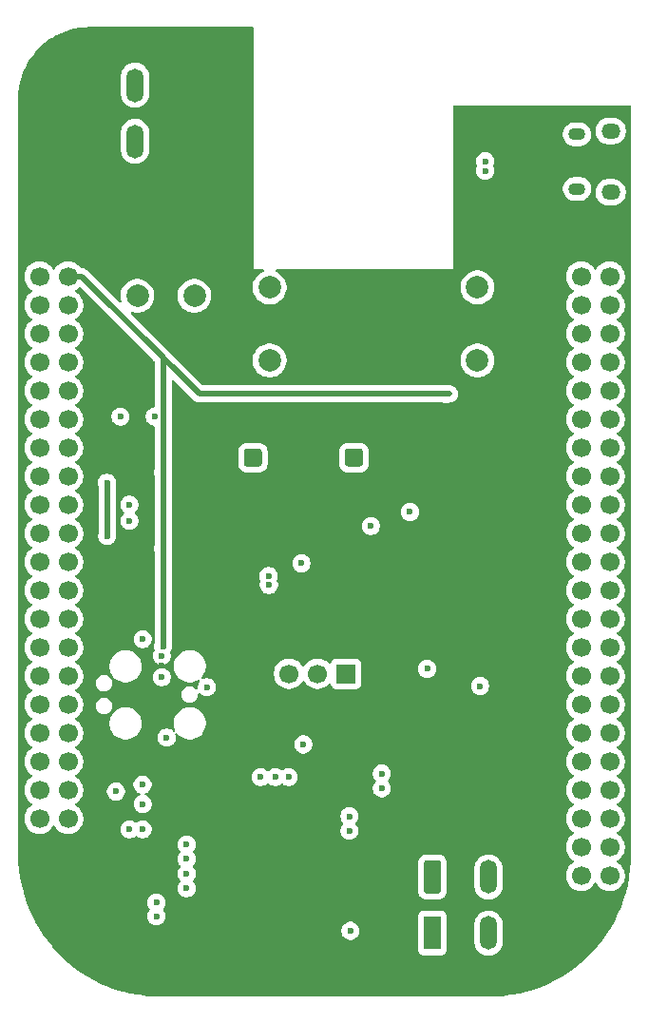
<source format=gbl>
G04 #@! TF.GenerationSoftware,KiCad,Pcbnew,9.0.1+1*
G04 #@! TF.CreationDate,2025-11-22T05:06:44+00:00*
G04 #@! TF.ProjectId,com4bbb,636f6d34-6262-4622-9e6b-696361645f70,rev?*
G04 #@! TF.SameCoordinates,Original*
G04 #@! TF.FileFunction,Copper,L4,Bot*
G04 #@! TF.FilePolarity,Positive*
%FSLAX46Y46*%
G04 Gerber Fmt 4.6, Leading zero omitted, Abs format (unit mm)*
G04 Created by KiCad (PCBNEW 9.0.1+1) date 2025-11-22 05:06:44*
%MOMM*%
%LPD*%
G01*
G04 APERTURE LIST*
G04 #@! TA.AperFunction,ComponentPad*
%ADD10R,1.700000X1.700000*%
G04 #@! TD*
G04 #@! TA.AperFunction,ComponentPad*
%ADD11C,1.700000*%
G04 #@! TD*
G04 #@! TA.AperFunction,ComponentPad*
%ADD12R,1.500000X3.000000*%
G04 #@! TD*
G04 #@! TA.AperFunction,ComponentPad*
%ADD13O,1.500000X3.000000*%
G04 #@! TD*
G04 #@! TA.AperFunction,ComponentPad*
%ADD14C,2.000000*%
G04 #@! TD*
G04 #@! TA.AperFunction,ComponentPad*
%ADD15C,1.600000*%
G04 #@! TD*
G04 #@! TA.AperFunction,HeatsinkPad*
%ADD16O,1.700000X1.350000*%
G04 #@! TD*
G04 #@! TA.AperFunction,HeatsinkPad*
%ADD17O,1.500000X1.100000*%
G04 #@! TD*
G04 #@! TA.AperFunction,ViaPad*
%ADD18C,0.600000*%
G04 #@! TD*
G04 #@! TA.AperFunction,Conductor*
%ADD19C,0.500000*%
G04 #@! TD*
G04 #@! TA.AperFunction,Conductor*
%ADD20C,0.250000*%
G04 #@! TD*
G04 APERTURE END LIST*
D10*
X164630100Y-62382400D03*
D11*
X167170100Y-62382400D03*
X164630100Y-64922400D03*
X167170100Y-64922400D03*
X164630100Y-67462400D03*
X167170100Y-67462400D03*
X164630100Y-70002400D03*
X167170100Y-70002400D03*
X164630100Y-72542400D03*
X167170100Y-72542400D03*
X164630100Y-75082400D03*
X167170100Y-75082400D03*
X164630100Y-77622400D03*
X167170100Y-77622400D03*
X164630100Y-80162400D03*
X167170100Y-80162400D03*
X164630100Y-82702400D03*
X167170100Y-82702400D03*
X164630100Y-85242400D03*
X167170100Y-85242400D03*
X164630100Y-87782400D03*
X167170100Y-87782400D03*
X164630100Y-90322400D03*
X167170100Y-90322400D03*
X164630100Y-92862400D03*
X167170100Y-92862400D03*
X164630100Y-95402400D03*
X167170100Y-95402400D03*
X164630100Y-97942400D03*
X167170100Y-97942400D03*
X164630100Y-100482400D03*
X167170100Y-100482400D03*
X164630100Y-103022400D03*
X167170100Y-103022400D03*
X164630100Y-105562400D03*
X167170100Y-105562400D03*
X164630100Y-108102400D03*
X167170100Y-108102400D03*
X164630100Y-110642400D03*
X167170100Y-110642400D03*
X164630100Y-113182400D03*
X167170100Y-113182400D03*
X164630100Y-115722400D03*
X167170100Y-115722400D03*
X164630100Y-118262400D03*
X167170100Y-118262400D03*
D10*
X116370100Y-62382400D03*
D11*
X118910100Y-62382400D03*
X116370100Y-64922400D03*
X118910100Y-64922400D03*
X116370100Y-67462400D03*
X118910100Y-67462400D03*
X116370100Y-70002400D03*
X118910100Y-70002400D03*
X116370100Y-72542400D03*
X118910100Y-72542400D03*
X116370100Y-75082400D03*
X118910100Y-75082400D03*
X116370100Y-77622400D03*
X118910100Y-77622400D03*
X116370100Y-80162400D03*
X118910100Y-80162400D03*
X116370100Y-82702400D03*
X118910100Y-82702400D03*
X116370100Y-85242400D03*
X118910100Y-85242400D03*
X116370100Y-87782400D03*
X118910100Y-87782400D03*
X116370100Y-90322400D03*
X118910100Y-90322400D03*
X116370100Y-92862400D03*
X118910100Y-92862400D03*
X116370100Y-95402400D03*
X118910100Y-95402400D03*
X116370100Y-97942400D03*
X118910100Y-97942400D03*
X116370100Y-100482400D03*
X118910100Y-100482400D03*
X116370100Y-103022400D03*
X118910100Y-103022400D03*
X116370100Y-105562400D03*
X118910100Y-105562400D03*
X116370100Y-108102400D03*
X118910100Y-108102400D03*
X116370100Y-110642400D03*
X118910100Y-110642400D03*
X116370100Y-113182400D03*
X118910100Y-113182400D03*
X116370100Y-115722400D03*
X118910100Y-115722400D03*
X116370100Y-118262400D03*
X118910100Y-118262400D03*
G04 #@! TA.AperFunction,ComponentPad*
G36*
G01*
X150620100Y-119632399D02*
X150620100Y-117132401D01*
G75*
G02*
X150870101Y-116882400I250001J0D01*
G01*
X151870099Y-116882400D01*
G75*
G02*
X152120100Y-117132401I0J-250001D01*
G01*
X152120100Y-119632399D01*
G75*
G02*
X151870099Y-119882400I-250001J0D01*
G01*
X150870101Y-119882400D01*
G75*
G02*
X150620100Y-119632399I0J250001D01*
G01*
G37*
G04 #@! TD.AperFunction*
D12*
X151370100Y-123382400D03*
D13*
X156370100Y-118382400D03*
X156370100Y-123382400D03*
D14*
X155370100Y-72382400D03*
X155370100Y-65882400D03*
X159870100Y-72382400D03*
X159870100Y-65882400D03*
X136870100Y-72382400D03*
X136870100Y-65882400D03*
X141370100Y-72382400D03*
X141370100Y-65882400D03*
G04 #@! TA.AperFunction,ComponentPad*
G36*
G01*
X130620100Y-51632401D02*
X130620100Y-54132399D01*
G75*
G02*
X130370099Y-54382400I-250001J0D01*
G01*
X129370101Y-54382400D01*
G75*
G02*
X129120100Y-54132399I0J250001D01*
G01*
X129120100Y-51632401D01*
G75*
G02*
X129370101Y-51382400I250001J0D01*
G01*
X130370099Y-51382400D01*
G75*
G02*
X130620100Y-51632401I0J-250001D01*
G01*
G37*
G04 #@! TD.AperFunction*
D12*
X129870100Y-47882400D03*
D13*
X124870100Y-52882400D03*
X124870100Y-47882400D03*
D14*
X130160100Y-66632400D03*
X127620100Y-66632400D03*
X125080100Y-66632400D03*
G04 #@! TA.AperFunction,ComponentPad*
G36*
G01*
X135920100Y-81835051D02*
X134820100Y-81835051D01*
G75*
G02*
X134570100Y-81585051I0J250000D01*
G01*
X134570100Y-80485051D01*
G75*
G02*
X134820100Y-80235051I250000J0D01*
G01*
X135920100Y-80235051D01*
G75*
G02*
X136170100Y-80485051I0J-250000D01*
G01*
X136170100Y-81585051D01*
G75*
G02*
X135920100Y-81835051I-250000J0D01*
G01*
G37*
G04 #@! TD.AperFunction*
D15*
X135370100Y-77535051D03*
G04 #@! TA.AperFunction,ComponentPad*
G36*
G01*
X144920100Y-81835051D02*
X143820100Y-81835051D01*
G75*
G02*
X143570100Y-81585051I0J250000D01*
G01*
X143570100Y-80485051D01*
G75*
G02*
X143820100Y-80235051I250000J0D01*
G01*
X144920100Y-80235051D01*
G75*
G02*
X145170100Y-80485051I0J-250000D01*
G01*
X145170100Y-81585051D01*
G75*
G02*
X144920100Y-81835051I-250000J0D01*
G01*
G37*
G04 #@! TD.AperFunction*
X144370100Y-77535051D03*
D16*
X167250100Y-57412400D03*
D17*
X164250100Y-57102400D03*
X164250100Y-52262400D03*
D16*
X167250100Y-51952400D03*
D10*
X143670100Y-100282400D03*
D11*
X141130100Y-100282400D03*
X138590100Y-100282400D03*
D18*
X133770100Y-125882400D03*
X122620100Y-74882400D03*
X130270100Y-123482400D03*
X129870100Y-91582400D03*
X121370100Y-69632400D03*
X128870100Y-80082400D03*
X128570100Y-85382400D03*
X123120100Y-70132400D03*
X127245100Y-99582400D03*
X163170100Y-53382400D03*
X120870100Y-95582400D03*
X120870100Y-82632400D03*
X120870100Y-87382400D03*
X121120100Y-72382400D03*
X141470100Y-125582400D03*
X120870100Y-89682400D03*
X124370100Y-91882400D03*
X123120100Y-72632400D03*
X134370100Y-120882400D03*
X121170100Y-84182400D03*
X121120100Y-74632400D03*
X140670100Y-96682400D03*
X157270100Y-55082400D03*
X133270100Y-115982400D03*
X122070100Y-99382400D03*
X121620100Y-80132400D03*
X138370100Y-97882400D03*
X142970100Y-117582400D03*
X152620100Y-75382400D03*
X127370100Y-97828400D03*
X127370100Y-82382400D03*
X127370100Y-89132400D03*
X149370100Y-85882400D03*
X124370100Y-114132400D03*
X123170099Y-110772399D03*
X143970100Y-114282400D03*
X150902600Y-99849900D03*
X139870100Y-106582400D03*
X125544100Y-97203400D03*
X124370100Y-86682400D03*
X136797652Y-92381928D03*
X139687042Y-90449342D03*
X136770100Y-91582400D03*
X124370100Y-85242400D03*
X125537012Y-110162188D03*
X137370100Y-109482400D03*
X155620100Y-101382400D03*
X143970100Y-112982400D03*
X129470100Y-115482400D03*
X127245100Y-98682400D03*
X129470100Y-118082400D03*
X127696100Y-105982400D03*
X131270100Y-101482400D03*
X129470100Y-116782400D03*
X127245100Y-100582400D03*
X129470100Y-119382400D03*
X122385100Y-88017400D03*
X122370100Y-83282400D03*
X123570100Y-77382400D03*
X126770100Y-121882400D03*
X126620100Y-77382400D03*
X126770100Y-120682400D03*
X144070100Y-123182400D03*
X138570100Y-109482400D03*
X125544100Y-114133400D03*
X125544100Y-111882400D03*
X136070100Y-109482400D03*
X146870100Y-109182400D03*
X156070100Y-54657400D03*
X156070100Y-55507400D03*
X146870100Y-110482400D03*
X145870100Y-87132400D03*
D19*
X127370100Y-87382400D02*
X127370100Y-89132400D01*
X127370100Y-87382400D02*
X127370100Y-97828400D01*
X127370100Y-72161086D02*
X127370100Y-82382400D01*
X120131414Y-64922400D02*
X130591414Y-75382400D01*
X118910100Y-64922400D02*
X120131414Y-64922400D01*
X120131414Y-64922400D02*
X127370100Y-72161086D01*
X127370100Y-82382400D02*
X127370100Y-87382400D01*
D20*
X127245100Y-97828400D02*
X127245100Y-89257400D01*
X127245100Y-89257400D02*
X127370100Y-89132400D01*
D19*
X130591414Y-75382400D02*
X152911100Y-75382400D01*
X122370100Y-83282400D02*
X122370100Y-88002400D01*
X122370100Y-88002400D02*
X122385100Y-88017400D01*
G04 #@! TA.AperFunction,Conductor*
G36*
X135377521Y-42718077D02*
G01*
X135413485Y-42767577D01*
X135418330Y-42798170D01*
X135418330Y-64286667D01*
X135418330Y-64288133D01*
X135419367Y-64289170D01*
X135419368Y-64289170D01*
X136266886Y-64289170D01*
X136325077Y-64308077D01*
X136361041Y-64357577D01*
X136361041Y-64418763D01*
X136325077Y-64468263D01*
X136297479Y-64482325D01*
X136291036Y-64484418D01*
X136079475Y-64592213D01*
X135887379Y-64731779D01*
X135719479Y-64899679D01*
X135579913Y-65091775D01*
X135472118Y-65303336D01*
X135398742Y-65529163D01*
X135361600Y-65763674D01*
X135361600Y-66001125D01*
X135398742Y-66235636D01*
X135472118Y-66461463D01*
X135531188Y-66577396D01*
X135579915Y-66673027D01*
X135719480Y-66865122D01*
X135887378Y-67033020D01*
X136079473Y-67172585D01*
X136291037Y-67280382D01*
X136516859Y-67353756D01*
X136516860Y-67353756D01*
X136516863Y-67353757D01*
X136751375Y-67390900D01*
X136751378Y-67390900D01*
X136988825Y-67390900D01*
X137223336Y-67353757D01*
X137223337Y-67353756D01*
X137223341Y-67353756D01*
X137449163Y-67280382D01*
X137660727Y-67172585D01*
X137852822Y-67033020D01*
X138020720Y-66865122D01*
X138160285Y-66673027D01*
X138268082Y-66461463D01*
X138341456Y-66235641D01*
X138348305Y-66192400D01*
X138378600Y-66001125D01*
X138378600Y-65763674D01*
X153861600Y-65763674D01*
X153861600Y-66001125D01*
X153898742Y-66235636D01*
X153972118Y-66461463D01*
X154031188Y-66577396D01*
X154079915Y-66673027D01*
X154219480Y-66865122D01*
X154387378Y-67033020D01*
X154579473Y-67172585D01*
X154791037Y-67280382D01*
X155016859Y-67353756D01*
X155016860Y-67353756D01*
X155016863Y-67353757D01*
X155251375Y-67390900D01*
X155251378Y-67390900D01*
X155488825Y-67390900D01*
X155723336Y-67353757D01*
X155723337Y-67353756D01*
X155723341Y-67353756D01*
X155949163Y-67280382D01*
X156160727Y-67172585D01*
X156352822Y-67033020D01*
X156520720Y-66865122D01*
X156660285Y-66673027D01*
X156768082Y-66461463D01*
X156841456Y-66235641D01*
X156848305Y-66192400D01*
X156878600Y-66001125D01*
X156878600Y-65763674D01*
X156841457Y-65529163D01*
X156841456Y-65529159D01*
X156768082Y-65303337D01*
X156660285Y-65091773D01*
X156520720Y-64899678D01*
X156436522Y-64815480D01*
X163271600Y-64815480D01*
X163271600Y-65029319D01*
X163305050Y-65240513D01*
X163371127Y-65443881D01*
X163468203Y-65634405D01*
X163468206Y-65634409D01*
X163593894Y-65807404D01*
X163745096Y-65958606D01*
X163918091Y-66084294D01*
X163918093Y-66084295D01*
X163957139Y-66104190D01*
X164000404Y-66147455D01*
X164009975Y-66207887D01*
X163982198Y-66262404D01*
X163957139Y-66280610D01*
X163918093Y-66300504D01*
X163745097Y-66426193D01*
X163593893Y-66577397D01*
X163468204Y-66750393D01*
X163371127Y-66940918D01*
X163305050Y-67144286D01*
X163271600Y-67355480D01*
X163271600Y-67569319D01*
X163305050Y-67780513D01*
X163371127Y-67983881D01*
X163468203Y-68174405D01*
X163468206Y-68174409D01*
X163593894Y-68347404D01*
X163745096Y-68498606D01*
X163918091Y-68624294D01*
X163918093Y-68624295D01*
X163957139Y-68644190D01*
X164000404Y-68687455D01*
X164009975Y-68747887D01*
X163982198Y-68802404D01*
X163957139Y-68820610D01*
X163918093Y-68840504D01*
X163745097Y-68966193D01*
X163593893Y-69117397D01*
X163468204Y-69290393D01*
X163371127Y-69480918D01*
X163305050Y-69684286D01*
X163271600Y-69895480D01*
X163271600Y-70109319D01*
X163305050Y-70320513D01*
X163371127Y-70523881D01*
X163468203Y-70714405D01*
X163468206Y-70714409D01*
X163593894Y-70887404D01*
X163745096Y-71038606D01*
X163918091Y-71164294D01*
X163918093Y-71164295D01*
X163957139Y-71184190D01*
X164000404Y-71227455D01*
X164009975Y-71287887D01*
X163982198Y-71342404D01*
X163957139Y-71360610D01*
X163918093Y-71380504D01*
X163745097Y-71506193D01*
X163593893Y-71657397D01*
X163468204Y-71830393D01*
X163371127Y-72020918D01*
X163305050Y-72224286D01*
X163271600Y-72435480D01*
X163271600Y-72649319D01*
X163305050Y-72860513D01*
X163371127Y-73063881D01*
X163468203Y-73254405D01*
X163468206Y-73254409D01*
X163593894Y-73427404D01*
X163745096Y-73578606D01*
X163918091Y-73704294D01*
X163918093Y-73704295D01*
X163957139Y-73724190D01*
X164000404Y-73767455D01*
X164009975Y-73827887D01*
X163982198Y-73882404D01*
X163957139Y-73900610D01*
X163918093Y-73920504D01*
X163745097Y-74046193D01*
X163593893Y-74197397D01*
X163468204Y-74370393D01*
X163371127Y-74560918D01*
X163305050Y-74764286D01*
X163271600Y-74975480D01*
X163271600Y-75189319D01*
X163305050Y-75400513D01*
X163371127Y-75603881D01*
X163468203Y-75794405D01*
X163468206Y-75794409D01*
X163593894Y-75967404D01*
X163745096Y-76118606D01*
X163918091Y-76244294D01*
X163918093Y-76244295D01*
X163957139Y-76264190D01*
X164000404Y-76307455D01*
X164009975Y-76367887D01*
X163982198Y-76422404D01*
X163957139Y-76440610D01*
X163918093Y-76460504D01*
X163745097Y-76586193D01*
X163593893Y-76737397D01*
X163468204Y-76910393D01*
X163371127Y-77100918D01*
X163305050Y-77304286D01*
X163271600Y-77515480D01*
X163271600Y-77729319D01*
X163305050Y-77940513D01*
X163371127Y-78143881D01*
X163468203Y-78334405D01*
X163468206Y-78334409D01*
X163593894Y-78507404D01*
X163745096Y-78658606D01*
X163918091Y-78784294D01*
X163918093Y-78784295D01*
X163957139Y-78804190D01*
X164000404Y-78847455D01*
X164009975Y-78907887D01*
X163982198Y-78962404D01*
X163957139Y-78980610D01*
X163918093Y-79000504D01*
X163745097Y-79126193D01*
X163593893Y-79277397D01*
X163468204Y-79450393D01*
X163371127Y-79640918D01*
X163305050Y-79844286D01*
X163271600Y-80055480D01*
X163271600Y-80269319D01*
X163305050Y-80480513D01*
X163371127Y-80683881D01*
X163468203Y-80874405D01*
X163468206Y-80874409D01*
X163593894Y-81047404D01*
X163745096Y-81198606D01*
X163918091Y-81324294D01*
X163918093Y-81324295D01*
X163957139Y-81344190D01*
X164000404Y-81387455D01*
X164009975Y-81447887D01*
X163982198Y-81502404D01*
X163957139Y-81520610D01*
X163918093Y-81540504D01*
X163745097Y-81666193D01*
X163593893Y-81817397D01*
X163468204Y-81990393D01*
X163371127Y-82180918D01*
X163305050Y-82384286D01*
X163271600Y-82595480D01*
X163271600Y-82809319D01*
X163305050Y-83020513D01*
X163371127Y-83223881D01*
X163468203Y-83414405D01*
X163468206Y-83414409D01*
X163593894Y-83587404D01*
X163745096Y-83738606D01*
X163918091Y-83864294D01*
X163918093Y-83864295D01*
X163957139Y-83884190D01*
X164000404Y-83927455D01*
X164009975Y-83987887D01*
X163982198Y-84042404D01*
X163957139Y-84060610D01*
X163918093Y-84080504D01*
X163745097Y-84206193D01*
X163593893Y-84357397D01*
X163468204Y-84530393D01*
X163371127Y-84720918D01*
X163305050Y-84924286D01*
X163271600Y-85135480D01*
X163271600Y-85349319D01*
X163305050Y-85560513D01*
X163371127Y-85763881D01*
X163468203Y-85954405D01*
X163468206Y-85954409D01*
X163593894Y-86127404D01*
X163745096Y-86278606D01*
X163918091Y-86404294D01*
X163918093Y-86404295D01*
X163957139Y-86424190D01*
X164000404Y-86467455D01*
X164009975Y-86527887D01*
X163982198Y-86582404D01*
X163957139Y-86600610D01*
X163918093Y-86620504D01*
X163745097Y-86746193D01*
X163593893Y-86897397D01*
X163468204Y-87070393D01*
X163371127Y-87260918D01*
X163305050Y-87464286D01*
X163271600Y-87675480D01*
X163271600Y-87889319D01*
X163305050Y-88100513D01*
X163371127Y-88303881D01*
X163468203Y-88494405D01*
X163468206Y-88494409D01*
X163593894Y-88667404D01*
X163745096Y-88818606D01*
X163918091Y-88944294D01*
X163918093Y-88944295D01*
X163957139Y-88964190D01*
X164000404Y-89007455D01*
X164009975Y-89067887D01*
X163982198Y-89122404D01*
X163957139Y-89140610D01*
X163918093Y-89160504D01*
X163745097Y-89286193D01*
X163593893Y-89437397D01*
X163468204Y-89610393D01*
X163371127Y-89800918D01*
X163305050Y-90004286D01*
X163271600Y-90215480D01*
X163271600Y-90429319D01*
X163305050Y-90640513D01*
X163371127Y-90843881D01*
X163468203Y-91034405D01*
X163468206Y-91034409D01*
X163593894Y-91207404D01*
X163745096Y-91358606D01*
X163918091Y-91484294D01*
X163918093Y-91484295D01*
X163957139Y-91504190D01*
X164000404Y-91547455D01*
X164009975Y-91607887D01*
X163982198Y-91662404D01*
X163957139Y-91680610D01*
X163918093Y-91700504D01*
X163745097Y-91826193D01*
X163593893Y-91977397D01*
X163468204Y-92150393D01*
X163371127Y-92340918D01*
X163305050Y-92544286D01*
X163271600Y-92755480D01*
X163271600Y-92969319D01*
X163305050Y-93180513D01*
X163371127Y-93383881D01*
X163468203Y-93574405D01*
X163468206Y-93574409D01*
X163593894Y-93747404D01*
X163745096Y-93898606D01*
X163918091Y-94024294D01*
X163918093Y-94024295D01*
X163957139Y-94044190D01*
X164000404Y-94087455D01*
X164009975Y-94147887D01*
X163982198Y-94202404D01*
X163957139Y-94220610D01*
X163918093Y-94240504D01*
X163745097Y-94366193D01*
X163593893Y-94517397D01*
X163468204Y-94690393D01*
X163371127Y-94880918D01*
X163305050Y-95084286D01*
X163271600Y-95295480D01*
X163271600Y-95509319D01*
X163305050Y-95720513D01*
X163371127Y-95923881D01*
X163468203Y-96114405D01*
X163468206Y-96114409D01*
X163593894Y-96287404D01*
X163745096Y-96438606D01*
X163918091Y-96564294D01*
X163918093Y-96564295D01*
X163957139Y-96584190D01*
X164000404Y-96627455D01*
X164009975Y-96687887D01*
X163982198Y-96742404D01*
X163957139Y-96760610D01*
X163918093Y-96780504D01*
X163745097Y-96906193D01*
X163593893Y-97057397D01*
X163468204Y-97230393D01*
X163371127Y-97420918D01*
X163305050Y-97624286D01*
X163271600Y-97835480D01*
X163271600Y-98049319D01*
X163305050Y-98260513D01*
X163371127Y-98463881D01*
X163468203Y-98654405D01*
X163468206Y-98654409D01*
X163593894Y-98827404D01*
X163745096Y-98978606D01*
X163918091Y-99104294D01*
X163918093Y-99104295D01*
X163957139Y-99124190D01*
X164000404Y-99167455D01*
X164009975Y-99227887D01*
X163982198Y-99282404D01*
X163957139Y-99300610D01*
X163918093Y-99320504D01*
X163745097Y-99446193D01*
X163593893Y-99597397D01*
X163468204Y-99770393D01*
X163371127Y-99960918D01*
X163305050Y-100164286D01*
X163271600Y-100375480D01*
X163271600Y-100589319D01*
X163305050Y-100800513D01*
X163371127Y-101003881D01*
X163468203Y-101194405D01*
X163468206Y-101194409D01*
X163593894Y-101367404D01*
X163745096Y-101518606D01*
X163918091Y-101644294D01*
X163918093Y-101644295D01*
X163957139Y-101664190D01*
X164000404Y-101707455D01*
X164009975Y-101767887D01*
X163982198Y-101822404D01*
X163957139Y-101840610D01*
X163918093Y-101860504D01*
X163745097Y-101986193D01*
X163593893Y-102137397D01*
X163468204Y-102310393D01*
X163371127Y-102500918D01*
X163305050Y-102704286D01*
X163271600Y-102915480D01*
X163271600Y-103129319D01*
X163305050Y-103340513D01*
X163371127Y-103543881D01*
X163468203Y-103734405D01*
X163468206Y-103734409D01*
X163593894Y-103907404D01*
X163745096Y-104058606D01*
X163918091Y-104184294D01*
X163918093Y-104184295D01*
X163957139Y-104204190D01*
X164000404Y-104247455D01*
X164009975Y-104307887D01*
X163982198Y-104362404D01*
X163957139Y-104380610D01*
X163918093Y-104400504D01*
X163745097Y-104526193D01*
X163593893Y-104677397D01*
X163468204Y-104850393D01*
X163371127Y-105040918D01*
X163305050Y-105244286D01*
X163271600Y-105455480D01*
X163271600Y-105669319D01*
X163305050Y-105880513D01*
X163371127Y-106083881D01*
X163468203Y-106274405D01*
X163468206Y-106274409D01*
X163593894Y-106447404D01*
X163745096Y-106598606D01*
X163918091Y-106724294D01*
X163918093Y-106724295D01*
X163957139Y-106744190D01*
X164000404Y-106787455D01*
X164009975Y-106847887D01*
X163982198Y-106902404D01*
X163957139Y-106920610D01*
X163918093Y-106940504D01*
X163745097Y-107066193D01*
X163593893Y-107217397D01*
X163468204Y-107390393D01*
X163371127Y-107580918D01*
X163305050Y-107784286D01*
X163271600Y-107995480D01*
X163271600Y-108209319D01*
X163305050Y-108420513D01*
X163371127Y-108623881D01*
X163468203Y-108814405D01*
X163468206Y-108814409D01*
X163593894Y-108987404D01*
X163745096Y-109138606D01*
X163918091Y-109264294D01*
X163918093Y-109264295D01*
X163957139Y-109284190D01*
X164000404Y-109327455D01*
X164009975Y-109387887D01*
X163982198Y-109442404D01*
X163957139Y-109460610D01*
X163918093Y-109480504D01*
X163745097Y-109606193D01*
X163593893Y-109757397D01*
X163468204Y-109930393D01*
X163371127Y-110120918D01*
X163305050Y-110324286D01*
X163271600Y-110535480D01*
X163271600Y-110749319D01*
X163305050Y-110960513D01*
X163371127Y-111163881D01*
X163468203Y-111354405D01*
X163468206Y-111354409D01*
X163593894Y-111527404D01*
X163745096Y-111678606D01*
X163918091Y-111804294D01*
X163918093Y-111804295D01*
X163957139Y-111824190D01*
X164000404Y-111867455D01*
X164009975Y-111927887D01*
X163982198Y-111982404D01*
X163957139Y-112000610D01*
X163918093Y-112020504D01*
X163745097Y-112146193D01*
X163593893Y-112297397D01*
X163468204Y-112470393D01*
X163371127Y-112660918D01*
X163305050Y-112864286D01*
X163271600Y-113075480D01*
X163271600Y-113289319D01*
X163305050Y-113500513D01*
X163371127Y-113703881D01*
X163468203Y-113894405D01*
X163468206Y-113894409D01*
X163593894Y-114067404D01*
X163745096Y-114218606D01*
X163918091Y-114344294D01*
X163918093Y-114344295D01*
X163957139Y-114364190D01*
X164000404Y-114407455D01*
X164009975Y-114467887D01*
X163982198Y-114522404D01*
X163957139Y-114540610D01*
X163918093Y-114560504D01*
X163745097Y-114686193D01*
X163593893Y-114837397D01*
X163468204Y-115010393D01*
X163371127Y-115200918D01*
X163305050Y-115404286D01*
X163271600Y-115615480D01*
X163271600Y-115829319D01*
X163305050Y-116040513D01*
X163371127Y-116243881D01*
X163468203Y-116434405D01*
X163468206Y-116434409D01*
X163593894Y-116607404D01*
X163745096Y-116758606D01*
X163918091Y-116884294D01*
X163918093Y-116884295D01*
X163957139Y-116904190D01*
X164000404Y-116947455D01*
X164009975Y-117007887D01*
X163982198Y-117062404D01*
X163957139Y-117080610D01*
X163918093Y-117100504D01*
X163745097Y-117226193D01*
X163593893Y-117377397D01*
X163468204Y-117550393D01*
X163371127Y-117740918D01*
X163305050Y-117944286D01*
X163271600Y-118155480D01*
X163271600Y-118369319D01*
X163305050Y-118580513D01*
X163371127Y-118783881D01*
X163468203Y-118974405D01*
X163468206Y-118974409D01*
X163593894Y-119147404D01*
X163745096Y-119298606D01*
X163918091Y-119424294D01*
X164108617Y-119521372D01*
X164311984Y-119587449D01*
X164396464Y-119600829D01*
X164523181Y-119620900D01*
X164523184Y-119620900D01*
X164737019Y-119620900D01*
X164842616Y-119604174D01*
X164948216Y-119587449D01*
X165151583Y-119521372D01*
X165342109Y-119424294D01*
X165515104Y-119298606D01*
X165666306Y-119147404D01*
X165791994Y-118974409D01*
X165811890Y-118935361D01*
X165855154Y-118892096D01*
X165915586Y-118882524D01*
X165970103Y-118910301D01*
X165988310Y-118935361D01*
X166008202Y-118974403D01*
X166008203Y-118974405D01*
X166008204Y-118974406D01*
X166008206Y-118974409D01*
X166133894Y-119147404D01*
X166285096Y-119298606D01*
X166458091Y-119424294D01*
X166648617Y-119521372D01*
X166851984Y-119587449D01*
X166936464Y-119600829D01*
X167063181Y-119620900D01*
X167063184Y-119620900D01*
X167277019Y-119620900D01*
X167382616Y-119604174D01*
X167488216Y-119587449D01*
X167691583Y-119521372D01*
X167882109Y-119424294D01*
X168055104Y-119298606D01*
X168206306Y-119147404D01*
X168331994Y-118974409D01*
X168429072Y-118783883D01*
X168495149Y-118580516D01*
X168518280Y-118434472D01*
X168528600Y-118369319D01*
X168528600Y-118155480D01*
X168495149Y-117944286D01*
X168495149Y-117944284D01*
X168429072Y-117740917D01*
X168331994Y-117550391D01*
X168206306Y-117377396D01*
X168055104Y-117226194D01*
X167882109Y-117100506D01*
X167882105Y-117100503D01*
X167882103Y-117100502D01*
X167843061Y-117080610D01*
X167799796Y-117037346D01*
X167790224Y-116976914D01*
X167818001Y-116922397D01*
X167843061Y-116904190D01*
X167882103Y-116884297D01*
X167882105Y-116884296D01*
X167882104Y-116884296D01*
X167882109Y-116884294D01*
X168055104Y-116758606D01*
X168206306Y-116607404D01*
X168331994Y-116434409D01*
X168429072Y-116243883D01*
X168495149Y-116040516D01*
X168528600Y-115829316D01*
X168528600Y-115615484D01*
X168528600Y-115615480D01*
X168495149Y-115404286D01*
X168495149Y-115404284D01*
X168429072Y-115200917D01*
X168331994Y-115010391D01*
X168206306Y-114837396D01*
X168055104Y-114686194D01*
X167882109Y-114560506D01*
X167882105Y-114560503D01*
X167882103Y-114560502D01*
X167843061Y-114540610D01*
X167799796Y-114497346D01*
X167790224Y-114436914D01*
X167818001Y-114382397D01*
X167843061Y-114364190D01*
X167882103Y-114344297D01*
X167882105Y-114344296D01*
X167882104Y-114344296D01*
X167882109Y-114344294D01*
X168055104Y-114218606D01*
X168206306Y-114067404D01*
X168331994Y-113894409D01*
X168429072Y-113703883D01*
X168495149Y-113500516D01*
X168511874Y-113394916D01*
X168528600Y-113289319D01*
X168528600Y-113075480D01*
X168501245Y-112902771D01*
X168495149Y-112864284D01*
X168429072Y-112660917D01*
X168331994Y-112470391D01*
X168206306Y-112297396D01*
X168055104Y-112146194D01*
X167882109Y-112020506D01*
X167882105Y-112020503D01*
X167882103Y-112020502D01*
X167843061Y-112000610D01*
X167799796Y-111957346D01*
X167790224Y-111896914D01*
X167818001Y-111842397D01*
X167843061Y-111824190D01*
X167882103Y-111804297D01*
X167882105Y-111804296D01*
X167882104Y-111804296D01*
X167882109Y-111804294D01*
X168055104Y-111678606D01*
X168206306Y-111527404D01*
X168331994Y-111354409D01*
X168429072Y-111163883D01*
X168495149Y-110960516D01*
X168528600Y-110749316D01*
X168528600Y-110535484D01*
X168528600Y-110535480D01*
X168495149Y-110324286D01*
X168495149Y-110324284D01*
X168429072Y-110120917D01*
X168331994Y-109930391D01*
X168206306Y-109757396D01*
X168055104Y-109606194D01*
X167882109Y-109480506D01*
X167882105Y-109480503D01*
X167882103Y-109480502D01*
X167843061Y-109460610D01*
X167799796Y-109417346D01*
X167790224Y-109356914D01*
X167818001Y-109302397D01*
X167843061Y-109284190D01*
X167882103Y-109264297D01*
X167882105Y-109264296D01*
X167882104Y-109264296D01*
X167882109Y-109264294D01*
X168055104Y-109138606D01*
X168206306Y-108987404D01*
X168331994Y-108814409D01*
X168429072Y-108623883D01*
X168495149Y-108420516D01*
X168528600Y-108209316D01*
X168528600Y-107995484D01*
X168528600Y-107995480D01*
X168495149Y-107784286D01*
X168495149Y-107784284D01*
X168429072Y-107580917D01*
X168331994Y-107390391D01*
X168206306Y-107217396D01*
X168055104Y-107066194D01*
X167882109Y-106940506D01*
X167882105Y-106940503D01*
X167882103Y-106940502D01*
X167843061Y-106920610D01*
X167799796Y-106877346D01*
X167790224Y-106816914D01*
X167818001Y-106762397D01*
X167843061Y-106744190D01*
X167882103Y-106724297D01*
X167882105Y-106724296D01*
X167882104Y-106724296D01*
X167882109Y-106724294D01*
X168055104Y-106598606D01*
X168206306Y-106447404D01*
X168331994Y-106274409D01*
X168429072Y-106083883D01*
X168495149Y-105880516D01*
X168528600Y-105669316D01*
X168528600Y-105455484D01*
X168528600Y-105455480D01*
X168495149Y-105244286D01*
X168495149Y-105244284D01*
X168429072Y-105040917D01*
X168331994Y-104850391D01*
X168206306Y-104677396D01*
X168055104Y-104526194D01*
X167882109Y-104400506D01*
X167882105Y-104400503D01*
X167882103Y-104400502D01*
X167843061Y-104380610D01*
X167799796Y-104337346D01*
X167790224Y-104276914D01*
X167818001Y-104222397D01*
X167843061Y-104204190D01*
X167882103Y-104184297D01*
X167882105Y-104184296D01*
X167882104Y-104184296D01*
X167882109Y-104184294D01*
X168055104Y-104058606D01*
X168206306Y-103907404D01*
X168331994Y-103734409D01*
X168429072Y-103543883D01*
X168495149Y-103340516D01*
X168528600Y-103129316D01*
X168528600Y-102915484D01*
X168528600Y-102915480D01*
X168495149Y-102704286D01*
X168495149Y-102704284D01*
X168429072Y-102500917D01*
X168331994Y-102310391D01*
X168206306Y-102137396D01*
X168055104Y-101986194D01*
X167882109Y-101860506D01*
X167882105Y-101860503D01*
X167882103Y-101860502D01*
X167843061Y-101840610D01*
X167799796Y-101797346D01*
X167790224Y-101736914D01*
X167818001Y-101682397D01*
X167843061Y-101664190D01*
X167882103Y-101644297D01*
X167882105Y-101644296D01*
X167882104Y-101644296D01*
X167882109Y-101644294D01*
X168055104Y-101518606D01*
X168206306Y-101367404D01*
X168331994Y-101194409D01*
X168429072Y-101003883D01*
X168495149Y-100800516D01*
X168517083Y-100662030D01*
X168528600Y-100589319D01*
X168528600Y-100375480D01*
X168495149Y-100164286D01*
X168495149Y-100164284D01*
X168429072Y-99960917D01*
X168331994Y-99770391D01*
X168206306Y-99597396D01*
X168055104Y-99446194D01*
X167882109Y-99320506D01*
X167882105Y-99320503D01*
X167882103Y-99320502D01*
X167843061Y-99300610D01*
X167799796Y-99257346D01*
X167790224Y-99196914D01*
X167818001Y-99142397D01*
X167843061Y-99124190D01*
X167882103Y-99104297D01*
X167882105Y-99104296D01*
X167882104Y-99104296D01*
X167882109Y-99104294D01*
X168055104Y-98978606D01*
X168206306Y-98827404D01*
X168331994Y-98654409D01*
X168429072Y-98463883D01*
X168495149Y-98260516D01*
X168511991Y-98154179D01*
X168528600Y-98049319D01*
X168528600Y-97835480D01*
X168495149Y-97624286D01*
X168495149Y-97624284D01*
X168429072Y-97420917D01*
X168331994Y-97230391D01*
X168206306Y-97057396D01*
X168055104Y-96906194D01*
X167882109Y-96780506D01*
X167882105Y-96780503D01*
X167882103Y-96780502D01*
X167843061Y-96760610D01*
X167799796Y-96717346D01*
X167790224Y-96656914D01*
X167818001Y-96602397D01*
X167843061Y-96584190D01*
X167882103Y-96564297D01*
X167882105Y-96564296D01*
X167882104Y-96564296D01*
X167882109Y-96564294D01*
X168055104Y-96438606D01*
X168206306Y-96287404D01*
X168331994Y-96114409D01*
X168429072Y-95923883D01*
X168495149Y-95720516D01*
X168528600Y-95509316D01*
X168528600Y-95295484D01*
X168528600Y-95295480D01*
X168495149Y-95084286D01*
X168495149Y-95084284D01*
X168429072Y-94880917D01*
X168331994Y-94690391D01*
X168206306Y-94517396D01*
X168055104Y-94366194D01*
X167882109Y-94240506D01*
X167882105Y-94240503D01*
X167882103Y-94240502D01*
X167843061Y-94220610D01*
X167799796Y-94177346D01*
X167790224Y-94116914D01*
X167818001Y-94062397D01*
X167843061Y-94044190D01*
X167882103Y-94024297D01*
X167882105Y-94024296D01*
X167882104Y-94024296D01*
X167882109Y-94024294D01*
X168055104Y-93898606D01*
X168206306Y-93747404D01*
X168331994Y-93574409D01*
X168429072Y-93383883D01*
X168495149Y-93180516D01*
X168528600Y-92969316D01*
X168528600Y-92755484D01*
X168528600Y-92755480D01*
X168495149Y-92544286D01*
X168495149Y-92544284D01*
X168429072Y-92340917D01*
X168331994Y-92150391D01*
X168206306Y-91977396D01*
X168055104Y-91826194D01*
X167882109Y-91700506D01*
X167882105Y-91700503D01*
X167882103Y-91700502D01*
X167843061Y-91680610D01*
X167799796Y-91637346D01*
X167790224Y-91576914D01*
X167818001Y-91522397D01*
X167843061Y-91504190D01*
X167882103Y-91484297D01*
X167882105Y-91484296D01*
X167882104Y-91484296D01*
X167882109Y-91484294D01*
X168055104Y-91358606D01*
X168206306Y-91207404D01*
X168331994Y-91034409D01*
X168429072Y-90843883D01*
X168495149Y-90640516D01*
X168528600Y-90429316D01*
X168528600Y-90215484D01*
X168528600Y-90215480D01*
X168495149Y-90004286D01*
X168495149Y-90004284D01*
X168429072Y-89800917D01*
X168331994Y-89610391D01*
X168206306Y-89437396D01*
X168055104Y-89286194D01*
X167882109Y-89160506D01*
X167882105Y-89160503D01*
X167882103Y-89160502D01*
X167843061Y-89140610D01*
X167799796Y-89097346D01*
X167790224Y-89036914D01*
X167818001Y-88982397D01*
X167843061Y-88964190D01*
X167882103Y-88944297D01*
X167882105Y-88944296D01*
X167882104Y-88944296D01*
X167882109Y-88944294D01*
X168055104Y-88818606D01*
X168206306Y-88667404D01*
X168331994Y-88494409D01*
X168429072Y-88303883D01*
X168495149Y-88100516D01*
X168520430Y-87940899D01*
X168528600Y-87889319D01*
X168528600Y-87675480D01*
X168503240Y-87515367D01*
X168495149Y-87464284D01*
X168429072Y-87260917D01*
X168331994Y-87070391D01*
X168206306Y-86897396D01*
X168055104Y-86746194D01*
X167882109Y-86620506D01*
X167882105Y-86620503D01*
X167882103Y-86620502D01*
X167843061Y-86600610D01*
X167799796Y-86557346D01*
X167790224Y-86496914D01*
X167818001Y-86442397D01*
X167843061Y-86424190D01*
X167882103Y-86404297D01*
X167882105Y-86404296D01*
X167882104Y-86404296D01*
X167882109Y-86404294D01*
X168055104Y-86278606D01*
X168206306Y-86127404D01*
X168331994Y-85954409D01*
X168429072Y-85763883D01*
X168495149Y-85560516D01*
X168525797Y-85367014D01*
X168528600Y-85349319D01*
X168528600Y-85135480D01*
X168495149Y-84924286D01*
X168495149Y-84924284D01*
X168429072Y-84720917D01*
X168331994Y-84530391D01*
X168206306Y-84357396D01*
X168055104Y-84206194D01*
X167882109Y-84080506D01*
X167882105Y-84080503D01*
X167882103Y-84080502D01*
X167843061Y-84060610D01*
X167799796Y-84017346D01*
X167790224Y-83956914D01*
X167818001Y-83902397D01*
X167843061Y-83884190D01*
X167882103Y-83864297D01*
X167882105Y-83864296D01*
X167882104Y-83864296D01*
X167882109Y-83864294D01*
X168055104Y-83738606D01*
X168206306Y-83587404D01*
X168331994Y-83414409D01*
X168429072Y-83223883D01*
X168495149Y-83020516D01*
X168528600Y-82809316D01*
X168528600Y-82595484D01*
X168528600Y-82595480D01*
X168495149Y-82384286D01*
X168495149Y-82384284D01*
X168429072Y-82180917D01*
X168331994Y-81990391D01*
X168206306Y-81817396D01*
X168055104Y-81666194D01*
X167882109Y-81540506D01*
X167882105Y-81540503D01*
X167882103Y-81540502D01*
X167843061Y-81520610D01*
X167799796Y-81477346D01*
X167790224Y-81416914D01*
X167818001Y-81362397D01*
X167843061Y-81344190D01*
X167882103Y-81324297D01*
X167882105Y-81324296D01*
X167882104Y-81324296D01*
X167882109Y-81324294D01*
X168055104Y-81198606D01*
X168206306Y-81047404D01*
X168331994Y-80874409D01*
X168429072Y-80683883D01*
X168495149Y-80480516D01*
X168528600Y-80269316D01*
X168528600Y-80055484D01*
X168528600Y-80055480D01*
X168506299Y-79914684D01*
X168495149Y-79844284D01*
X168429072Y-79640917D01*
X168331994Y-79450391D01*
X168206306Y-79277396D01*
X168055104Y-79126194D01*
X167882109Y-79000506D01*
X167882105Y-79000503D01*
X167882103Y-79000502D01*
X167843061Y-78980610D01*
X167799796Y-78937346D01*
X167790224Y-78876914D01*
X167818001Y-78822397D01*
X167843061Y-78804190D01*
X167882103Y-78784297D01*
X167882105Y-78784296D01*
X167882104Y-78784296D01*
X167882109Y-78784294D01*
X168055104Y-78658606D01*
X168206306Y-78507404D01*
X168331994Y-78334409D01*
X168429072Y-78143883D01*
X168495149Y-77940516D01*
X168528600Y-77729316D01*
X168528600Y-77515484D01*
X168528600Y-77515480D01*
X168506299Y-77374684D01*
X168495149Y-77304284D01*
X168429072Y-77100917D01*
X168331994Y-76910391D01*
X168206306Y-76737396D01*
X168055104Y-76586194D01*
X167882109Y-76460506D01*
X167882105Y-76460503D01*
X167882103Y-76460502D01*
X167843061Y-76440610D01*
X167799796Y-76397346D01*
X167790224Y-76336914D01*
X167818001Y-76282397D01*
X167843061Y-76264190D01*
X167882103Y-76244297D01*
X167882105Y-76244296D01*
X167882104Y-76244296D01*
X167882109Y-76244294D01*
X168055104Y-76118606D01*
X168206306Y-75967404D01*
X168331994Y-75794409D01*
X168429072Y-75603883D01*
X168495149Y-75400516D01*
X168528600Y-75189316D01*
X168528600Y-74975484D01*
X168528600Y-74975480D01*
X168495149Y-74764286D01*
X168495149Y-74764284D01*
X168429072Y-74560917D01*
X168331994Y-74370391D01*
X168206306Y-74197396D01*
X168055104Y-74046194D01*
X167882109Y-73920506D01*
X167882105Y-73920503D01*
X167882103Y-73920502D01*
X167843061Y-73900610D01*
X167799796Y-73857346D01*
X167790224Y-73796914D01*
X167818001Y-73742397D01*
X167843061Y-73724190D01*
X167882103Y-73704297D01*
X167882105Y-73704296D01*
X167882104Y-73704296D01*
X167882109Y-73704294D01*
X168055104Y-73578606D01*
X168206306Y-73427404D01*
X168331994Y-73254409D01*
X168429072Y-73063883D01*
X168495149Y-72860516D01*
X168528600Y-72649316D01*
X168528600Y-72435484D01*
X168528600Y-72435480D01*
X168495149Y-72224286D01*
X168495149Y-72224284D01*
X168429072Y-72020917D01*
X168331994Y-71830391D01*
X168206306Y-71657396D01*
X168055104Y-71506194D01*
X167882109Y-71380506D01*
X167882105Y-71380503D01*
X167882103Y-71380502D01*
X167843061Y-71360610D01*
X167799796Y-71317346D01*
X167790224Y-71256914D01*
X167818001Y-71202397D01*
X167843061Y-71184190D01*
X167882103Y-71164297D01*
X167882105Y-71164296D01*
X167882104Y-71164296D01*
X167882109Y-71164294D01*
X168055104Y-71038606D01*
X168206306Y-70887404D01*
X168331994Y-70714409D01*
X168429072Y-70523883D01*
X168495149Y-70320516D01*
X168528600Y-70109316D01*
X168528600Y-69895484D01*
X168528600Y-69895480D01*
X168495149Y-69684286D01*
X168495149Y-69684284D01*
X168429072Y-69480917D01*
X168331994Y-69290391D01*
X168206306Y-69117396D01*
X168055104Y-68966194D01*
X167882109Y-68840506D01*
X167882105Y-68840503D01*
X167882103Y-68840502D01*
X167843061Y-68820610D01*
X167799796Y-68777346D01*
X167790224Y-68716914D01*
X167818001Y-68662397D01*
X167843061Y-68644190D01*
X167882103Y-68624297D01*
X167882105Y-68624296D01*
X167882104Y-68624296D01*
X167882109Y-68624294D01*
X168055104Y-68498606D01*
X168206306Y-68347404D01*
X168331994Y-68174409D01*
X168429072Y-67983883D01*
X168495149Y-67780516D01*
X168521345Y-67615122D01*
X168528600Y-67569319D01*
X168528600Y-67355480D01*
X168503939Y-67199784D01*
X168495149Y-67144284D01*
X168429072Y-66940917D01*
X168331994Y-66750391D01*
X168206306Y-66577396D01*
X168055104Y-66426194D01*
X167882109Y-66300506D01*
X167882105Y-66300503D01*
X167882103Y-66300502D01*
X167843061Y-66280610D01*
X167799796Y-66237346D01*
X167790224Y-66176914D01*
X167818001Y-66122397D01*
X167843061Y-66104190D01*
X167882103Y-66084297D01*
X167882105Y-66084296D01*
X167882104Y-66084296D01*
X167882109Y-66084294D01*
X168055104Y-65958606D01*
X168206306Y-65807404D01*
X168331994Y-65634409D01*
X168429072Y-65443883D01*
X168495149Y-65240516D01*
X168513619Y-65123900D01*
X168528600Y-65029319D01*
X168528600Y-64815480D01*
X168495149Y-64604286D01*
X168495149Y-64604284D01*
X168429072Y-64400917D01*
X168331994Y-64210391D01*
X168206306Y-64037396D01*
X168055104Y-63886194D01*
X167882109Y-63760506D01*
X167882108Y-63760505D01*
X167882106Y-63760504D01*
X167691581Y-63663427D01*
X167488213Y-63597350D01*
X167277019Y-63563900D01*
X167277016Y-63563900D01*
X167063184Y-63563900D01*
X167063181Y-63563900D01*
X166851986Y-63597350D01*
X166648618Y-63663427D01*
X166458093Y-63760504D01*
X166285097Y-63886193D01*
X166133893Y-64037397D01*
X166008204Y-64210393D01*
X165988310Y-64249439D01*
X165945045Y-64292704D01*
X165884613Y-64302275D01*
X165830096Y-64274498D01*
X165811890Y-64249439D01*
X165791995Y-64210393D01*
X165779394Y-64193049D01*
X165666306Y-64037396D01*
X165515104Y-63886194D01*
X165342109Y-63760506D01*
X165342108Y-63760505D01*
X165342106Y-63760504D01*
X165151581Y-63663427D01*
X164948213Y-63597350D01*
X164737019Y-63563900D01*
X164737016Y-63563900D01*
X164523184Y-63563900D01*
X164523181Y-63563900D01*
X164311986Y-63597350D01*
X164108618Y-63663427D01*
X163918093Y-63760504D01*
X163745097Y-63886193D01*
X163593893Y-64037397D01*
X163468204Y-64210393D01*
X163371127Y-64400918D01*
X163305050Y-64604286D01*
X163271600Y-64815480D01*
X156436522Y-64815480D01*
X156352822Y-64731780D01*
X156160727Y-64592215D01*
X156160726Y-64592214D01*
X156160724Y-64592213D01*
X155949163Y-64484418D01*
X155723336Y-64411042D01*
X155488825Y-64373900D01*
X155488822Y-64373900D01*
X155251378Y-64373900D01*
X155251375Y-64373900D01*
X155016863Y-64411042D01*
X154791036Y-64484418D01*
X154579475Y-64592213D01*
X154387379Y-64731779D01*
X154219479Y-64899679D01*
X154079913Y-65091775D01*
X153972118Y-65303336D01*
X153898742Y-65529163D01*
X153861600Y-65763674D01*
X138378600Y-65763674D01*
X138341457Y-65529163D01*
X138341456Y-65529159D01*
X138268082Y-65303337D01*
X138160285Y-65091773D01*
X138020720Y-64899678D01*
X137852822Y-64731780D01*
X137660727Y-64592215D01*
X137660726Y-64592214D01*
X137660724Y-64592213D01*
X137449163Y-64484418D01*
X137442721Y-64482325D01*
X137393221Y-64446361D01*
X137374314Y-64388170D01*
X137393221Y-64329979D01*
X137442721Y-64294015D01*
X137473314Y-64289170D01*
X153200832Y-64289170D01*
X153200833Y-64289170D01*
X153201870Y-64288133D01*
X153201870Y-56998144D01*
X162991600Y-56998144D01*
X162991600Y-57206655D01*
X163032277Y-57411152D01*
X163032277Y-57411154D01*
X163112066Y-57603783D01*
X163112072Y-57603795D01*
X163194908Y-57727766D01*
X163227909Y-57777155D01*
X163375345Y-57924591D01*
X163449258Y-57973978D01*
X163548704Y-58040427D01*
X163548716Y-58040433D01*
X163619873Y-58069906D01*
X163741347Y-58120223D01*
X163945847Y-58160900D01*
X163945848Y-58160900D01*
X164554352Y-58160900D01*
X164554353Y-58160900D01*
X164758853Y-58120223D01*
X164951488Y-58040431D01*
X164951490Y-58040429D01*
X164951495Y-58040427D01*
X165001552Y-58006978D01*
X165124855Y-57924591D01*
X165272291Y-57777155D01*
X165354678Y-57653852D01*
X165388127Y-57603795D01*
X165388133Y-57603783D01*
X165467923Y-57411153D01*
X165486203Y-57319252D01*
X165891600Y-57319252D01*
X165891600Y-57505547D01*
X165920739Y-57689532D01*
X165949210Y-57777154D01*
X165978307Y-57866706D01*
X166007799Y-57924587D01*
X166062879Y-58032688D01*
X166062881Y-58032692D01*
X166172371Y-58183393D01*
X166172373Y-58183395D01*
X166172376Y-58183399D01*
X166304101Y-58315124D01*
X166304104Y-58315126D01*
X166304106Y-58315128D01*
X166454807Y-58424618D01*
X166454811Y-58424620D01*
X166620794Y-58509193D01*
X166797963Y-58566759D01*
X166797964Y-58566759D01*
X166797967Y-58566760D01*
X166981953Y-58595900D01*
X166981956Y-58595900D01*
X167518247Y-58595900D01*
X167702232Y-58566760D01*
X167702233Y-58566759D01*
X167702237Y-58566759D01*
X167879406Y-58509193D01*
X168045389Y-58424620D01*
X168196099Y-58315124D01*
X168327824Y-58183399D01*
X168437320Y-58032689D01*
X168521893Y-57866706D01*
X168579459Y-57689537D01*
X168608600Y-57505544D01*
X168608600Y-57319256D01*
X168608600Y-57319252D01*
X168579460Y-57135267D01*
X168521894Y-56958098D01*
X168521893Y-56958094D01*
X168437320Y-56792111D01*
X168437318Y-56792107D01*
X168327828Y-56641406D01*
X168327826Y-56641404D01*
X168327824Y-56641401D01*
X168196099Y-56509676D01*
X168196095Y-56509673D01*
X168196093Y-56509671D01*
X168045392Y-56400181D01*
X168045388Y-56400179D01*
X167966964Y-56360220D01*
X167879406Y-56315607D01*
X167879403Y-56315606D01*
X167879401Y-56315605D01*
X167702232Y-56258039D01*
X167518247Y-56228900D01*
X167518244Y-56228900D01*
X166981956Y-56228900D01*
X166981953Y-56228900D01*
X166797967Y-56258039D01*
X166620798Y-56315605D01*
X166454811Y-56400179D01*
X166454807Y-56400181D01*
X166304106Y-56509671D01*
X166172371Y-56641406D01*
X166062881Y-56792107D01*
X166062879Y-56792111D01*
X165978305Y-56958098D01*
X165920739Y-57135267D01*
X165891600Y-57319252D01*
X165486203Y-57319252D01*
X165508600Y-57206653D01*
X165508600Y-56998147D01*
X165467923Y-56793647D01*
X165388131Y-56601012D01*
X165388127Y-56601004D01*
X165321678Y-56501558D01*
X165272291Y-56427645D01*
X165124855Y-56280209D01*
X165048066Y-56228900D01*
X164951495Y-56164372D01*
X164951483Y-56164366D01*
X164758853Y-56084577D01*
X164554355Y-56043900D01*
X164554353Y-56043900D01*
X163945847Y-56043900D01*
X163945844Y-56043900D01*
X163741347Y-56084577D01*
X163741345Y-56084577D01*
X163548716Y-56164366D01*
X163548704Y-56164372D01*
X163375345Y-56280209D01*
X163375341Y-56280212D01*
X163227912Y-56427641D01*
X163227909Y-56427645D01*
X163112072Y-56601004D01*
X163112066Y-56601016D01*
X163032277Y-56793645D01*
X163032277Y-56793647D01*
X162991600Y-56998144D01*
X153201870Y-56998144D01*
X153201870Y-54577767D01*
X155261600Y-54577767D01*
X155261600Y-54737032D01*
X155292669Y-54893228D01*
X155292671Y-54893234D01*
X155355334Y-55044514D01*
X155360135Y-55105511D01*
X155355334Y-55120286D01*
X155292671Y-55271565D01*
X155292669Y-55271571D01*
X155261600Y-55427767D01*
X155261600Y-55587032D01*
X155292669Y-55743228D01*
X155292671Y-55743234D01*
X155353616Y-55890367D01*
X155353617Y-55890368D01*
X155442097Y-56022789D01*
X155554711Y-56135403D01*
X155687132Y-56223883D01*
X155834269Y-56284830D01*
X155990470Y-56315900D01*
X155990471Y-56315900D01*
X156149729Y-56315900D01*
X156149730Y-56315900D01*
X156305931Y-56284830D01*
X156453068Y-56223883D01*
X156585489Y-56135403D01*
X156698103Y-56022789D01*
X156786583Y-55890368D01*
X156847530Y-55743231D01*
X156878600Y-55587030D01*
X156878600Y-55427770D01*
X156847530Y-55271569D01*
X156786583Y-55124432D01*
X156786581Y-55124429D01*
X156784865Y-55120286D01*
X156780064Y-55059290D01*
X156784865Y-55044514D01*
X156786581Y-55040370D01*
X156786583Y-55040368D01*
X156847530Y-54893231D01*
X156878600Y-54737030D01*
X156878600Y-54577770D01*
X156847530Y-54421569D01*
X156786583Y-54274432D01*
X156698103Y-54142011D01*
X156585489Y-54029397D01*
X156453068Y-53940917D01*
X156453069Y-53940917D01*
X156453067Y-53940916D01*
X156305934Y-53879971D01*
X156305928Y-53879969D01*
X156149732Y-53848900D01*
X156149730Y-53848900D01*
X155990470Y-53848900D01*
X155990467Y-53848900D01*
X155834271Y-53879969D01*
X155834265Y-53879971D01*
X155687132Y-53940916D01*
X155554714Y-54029394D01*
X155442094Y-54142014D01*
X155353616Y-54274432D01*
X155292671Y-54421565D01*
X155292669Y-54421571D01*
X155261600Y-54577767D01*
X153201870Y-54577767D01*
X153201870Y-52158144D01*
X162991600Y-52158144D01*
X162991600Y-52366655D01*
X163032277Y-52571152D01*
X163032277Y-52571154D01*
X163112066Y-52763783D01*
X163112072Y-52763795D01*
X163173100Y-52855128D01*
X163227909Y-52937155D01*
X163375345Y-53084591D01*
X163449258Y-53133978D01*
X163548704Y-53200427D01*
X163548716Y-53200433D01*
X163619873Y-53229906D01*
X163741347Y-53280223D01*
X163945847Y-53320900D01*
X163945848Y-53320900D01*
X164554352Y-53320900D01*
X164554353Y-53320900D01*
X164758853Y-53280223D01*
X164951488Y-53200431D01*
X164951490Y-53200429D01*
X164951495Y-53200427D01*
X165001552Y-53166978D01*
X165124855Y-53084591D01*
X165272291Y-52937155D01*
X165354678Y-52813852D01*
X165388127Y-52763795D01*
X165388133Y-52763783D01*
X165467923Y-52571153D01*
X165508600Y-52366653D01*
X165508600Y-52158147D01*
X165467923Y-51953647D01*
X165428823Y-51859252D01*
X165891600Y-51859252D01*
X165891600Y-52045547D01*
X165920739Y-52229532D01*
X165965294Y-52366655D01*
X165978307Y-52406706D01*
X166022920Y-52494264D01*
X166062879Y-52572688D01*
X166062881Y-52572692D01*
X166172371Y-52723393D01*
X166172373Y-52723395D01*
X166172376Y-52723399D01*
X166304101Y-52855124D01*
X166304104Y-52855126D01*
X166304106Y-52855128D01*
X166454807Y-52964618D01*
X166454811Y-52964620D01*
X166620794Y-53049193D01*
X166797963Y-53106759D01*
X166797964Y-53106759D01*
X166797967Y-53106760D01*
X166981953Y-53135900D01*
X166981956Y-53135900D01*
X167518247Y-53135900D01*
X167702232Y-53106760D01*
X167702233Y-53106759D01*
X167702237Y-53106759D01*
X167879406Y-53049193D01*
X168045389Y-52964620D01*
X168196099Y-52855124D01*
X168327824Y-52723399D01*
X168437320Y-52572689D01*
X168521893Y-52406706D01*
X168579459Y-52229537D01*
X168590766Y-52158147D01*
X168608600Y-52045547D01*
X168608600Y-51859252D01*
X168579460Y-51675267D01*
X168571024Y-51649302D01*
X168521893Y-51498094D01*
X168437320Y-51332111D01*
X168437318Y-51332107D01*
X168327828Y-51181406D01*
X168327826Y-51181404D01*
X168327824Y-51181401D01*
X168196099Y-51049676D01*
X168196095Y-51049673D01*
X168196093Y-51049671D01*
X168045392Y-50940181D01*
X168045388Y-50940179D01*
X167966964Y-50900220D01*
X167879406Y-50855607D01*
X167879403Y-50855606D01*
X167879401Y-50855605D01*
X167702232Y-50798039D01*
X167518247Y-50768900D01*
X167518244Y-50768900D01*
X166981956Y-50768900D01*
X166981953Y-50768900D01*
X166797967Y-50798039D01*
X166620798Y-50855605D01*
X166454811Y-50940179D01*
X166454807Y-50940181D01*
X166304106Y-51049671D01*
X166172371Y-51181406D01*
X166062881Y-51332107D01*
X166062879Y-51332111D01*
X165978305Y-51498098D01*
X165920739Y-51675267D01*
X165891600Y-51859252D01*
X165428823Y-51859252D01*
X165388131Y-51761012D01*
X165388127Y-51761004D01*
X165321678Y-51661558D01*
X165272291Y-51587645D01*
X165124855Y-51440209D01*
X165075466Y-51407208D01*
X164951495Y-51324372D01*
X164951483Y-51324366D01*
X164758853Y-51244577D01*
X164554355Y-51203900D01*
X164554353Y-51203900D01*
X163945847Y-51203900D01*
X163945844Y-51203900D01*
X163741347Y-51244577D01*
X163741345Y-51244577D01*
X163548716Y-51324366D01*
X163548704Y-51324372D01*
X163375345Y-51440209D01*
X163375341Y-51440212D01*
X163227912Y-51587641D01*
X163227909Y-51587645D01*
X163112072Y-51761004D01*
X163112066Y-51761016D01*
X163032277Y-51953645D01*
X163032277Y-51953647D01*
X162991600Y-52158144D01*
X153201870Y-52158144D01*
X153201870Y-49783170D01*
X153220777Y-49724979D01*
X153270277Y-49689015D01*
X153300870Y-49684170D01*
X168974330Y-49684170D01*
X169032521Y-49703077D01*
X169068485Y-49752577D01*
X169073330Y-49783170D01*
X169073330Y-116356047D01*
X169073294Y-116358728D01*
X169055402Y-117019187D01*
X169055282Y-117022057D01*
X169052503Y-117071542D01*
X169052332Y-117074026D01*
X169000674Y-117708429D01*
X169000378Y-117711479D01*
X168995346Y-117756136D01*
X168995063Y-117758416D01*
X168908375Y-118394668D01*
X168907882Y-118397885D01*
X168901676Y-118434414D01*
X168901301Y-118436488D01*
X168778658Y-119075638D01*
X168777950Y-119079009D01*
X168772331Y-119103630D01*
X168771887Y-119105495D01*
X168611790Y-119749263D01*
X168610844Y-119752788D01*
X168608470Y-119761025D01*
X168607981Y-119762667D01*
X168409405Y-120409400D01*
X168407693Y-120414481D01*
X168172388Y-121054971D01*
X168170404Y-121059952D01*
X167900755Y-121686795D01*
X167898503Y-121691661D01*
X167595333Y-122302949D01*
X167592822Y-122307686D01*
X167256990Y-122901684D01*
X167254226Y-122906278D01*
X166886729Y-123481221D01*
X166883720Y-123485659D01*
X166485632Y-124039869D01*
X166482387Y-124044138D01*
X166054893Y-124575964D01*
X166051422Y-124580050D01*
X165595754Y-125087963D01*
X165592067Y-125091856D01*
X165109556Y-125574367D01*
X165105663Y-125578054D01*
X164597750Y-126033722D01*
X164593664Y-126037193D01*
X164061838Y-126464687D01*
X164057569Y-126467932D01*
X163503359Y-126866020D01*
X163498921Y-126869029D01*
X162923978Y-127236526D01*
X162919384Y-127239290D01*
X162325386Y-127575122D01*
X162320649Y-127577633D01*
X161709361Y-127880803D01*
X161704495Y-127883055D01*
X161077652Y-128152704D01*
X161072671Y-128154688D01*
X160432181Y-128389993D01*
X160427100Y-128391705D01*
X159780367Y-128590281D01*
X159778725Y-128590770D01*
X159770488Y-128593144D01*
X159766963Y-128594090D01*
X159123195Y-128754187D01*
X159121330Y-128754631D01*
X159096709Y-128760250D01*
X159093338Y-128760958D01*
X158454188Y-128883601D01*
X158452114Y-128883976D01*
X158415585Y-128890182D01*
X158412368Y-128890675D01*
X157776116Y-128977363D01*
X157773836Y-128977646D01*
X157729179Y-128982678D01*
X157726129Y-128982974D01*
X157091726Y-129034632D01*
X157089242Y-129034803D01*
X157039757Y-129037582D01*
X157036887Y-129037702D01*
X156376429Y-129055594D01*
X156373748Y-129055630D01*
X127166452Y-129055630D01*
X127163771Y-129055594D01*
X126503311Y-129037702D01*
X126500441Y-129037582D01*
X126450956Y-129034803D01*
X126448472Y-129034632D01*
X125814069Y-128982974D01*
X125811019Y-128982678D01*
X125766362Y-128977646D01*
X125764082Y-128977363D01*
X125127830Y-128890675D01*
X125124613Y-128890182D01*
X125088084Y-128883976D01*
X125086010Y-128883601D01*
X124446860Y-128760958D01*
X124443489Y-128760250D01*
X124418868Y-128754631D01*
X124417003Y-128754187D01*
X123879560Y-128620531D01*
X123773226Y-128594087D01*
X123769734Y-128593150D01*
X123765583Y-128591954D01*
X123761473Y-128590770D01*
X123759831Y-128590281D01*
X123113099Y-128391705D01*
X123108018Y-128389993D01*
X122467528Y-128154688D01*
X122462547Y-128152704D01*
X121835704Y-127883055D01*
X121830838Y-127880803D01*
X121219550Y-127577633D01*
X121214813Y-127575122D01*
X120620815Y-127239290D01*
X120616221Y-127236526D01*
X120041278Y-126869029D01*
X120036840Y-126866020D01*
X119482630Y-126467932D01*
X119478370Y-126464694D01*
X118946535Y-126037193D01*
X118942449Y-126033722D01*
X118434536Y-125578054D01*
X118430643Y-125574367D01*
X117948132Y-125091856D01*
X117944445Y-125087963D01*
X117488777Y-124580050D01*
X117485306Y-124575964D01*
X117208377Y-124231449D01*
X117057801Y-124044123D01*
X117054567Y-124039869D01*
X116656479Y-123485659D01*
X116653470Y-123481221D01*
X116442540Y-123151224D01*
X116411567Y-123102767D01*
X143261600Y-123102767D01*
X143261600Y-123262032D01*
X143292669Y-123418228D01*
X143292671Y-123418234D01*
X143353616Y-123565367D01*
X143353617Y-123565368D01*
X143442097Y-123697789D01*
X143554711Y-123810403D01*
X143687132Y-123898883D01*
X143834269Y-123959830D01*
X143990470Y-123990900D01*
X143990471Y-123990900D01*
X144149729Y-123990900D01*
X144149730Y-123990900D01*
X144305931Y-123959830D01*
X144453068Y-123898883D01*
X144585489Y-123810403D01*
X144698103Y-123697789D01*
X144786583Y-123565368D01*
X144847530Y-123418231D01*
X144878600Y-123262030D01*
X144878600Y-123102770D01*
X144847530Y-122946569D01*
X144786583Y-122799432D01*
X144698103Y-122667011D01*
X144585489Y-122554397D01*
X144453068Y-122465917D01*
X144453069Y-122465917D01*
X144453067Y-122465916D01*
X144305934Y-122404971D01*
X144305928Y-122404969D01*
X144149732Y-122373900D01*
X144149730Y-122373900D01*
X143990470Y-122373900D01*
X143990467Y-122373900D01*
X143834271Y-122404969D01*
X143834265Y-122404971D01*
X143687132Y-122465916D01*
X143554714Y-122554394D01*
X143442094Y-122667014D01*
X143353616Y-122799432D01*
X143292671Y-122946565D01*
X143292669Y-122946571D01*
X143261600Y-123102767D01*
X116411567Y-123102767D01*
X116285973Y-122906278D01*
X116283209Y-122901684D01*
X116002379Y-122404970D01*
X115947374Y-122307680D01*
X115944866Y-122302949D01*
X115641696Y-121691661D01*
X115639444Y-121686795D01*
X115484821Y-121327348D01*
X115369792Y-121059945D01*
X115367811Y-121054971D01*
X115317576Y-120918234D01*
X115201679Y-120602767D01*
X125961600Y-120602767D01*
X125961600Y-120762032D01*
X125992669Y-120918228D01*
X125992671Y-120918234D01*
X126053616Y-121065367D01*
X126053617Y-121065368D01*
X126142097Y-121197789D01*
X126156704Y-121212396D01*
X126156706Y-121212398D01*
X126184482Y-121266916D01*
X126174908Y-121327348D01*
X126156706Y-121352402D01*
X126142095Y-121367013D01*
X126053616Y-121499432D01*
X125992671Y-121646565D01*
X125992669Y-121646571D01*
X125961600Y-121802767D01*
X125961600Y-121962032D01*
X125992669Y-122118228D01*
X125992671Y-122118234D01*
X126053616Y-122265367D01*
X126101947Y-122337700D01*
X126142097Y-122397789D01*
X126254711Y-122510403D01*
X126387132Y-122598883D01*
X126534269Y-122659830D01*
X126690470Y-122690900D01*
X126690471Y-122690900D01*
X126849729Y-122690900D01*
X126849730Y-122690900D01*
X127005931Y-122659830D01*
X127153068Y-122598883D01*
X127285489Y-122510403D01*
X127398103Y-122397789D01*
X127486583Y-122265368D01*
X127547530Y-122118231D01*
X127578600Y-121962030D01*
X127578600Y-121833765D01*
X150111600Y-121833765D01*
X150111600Y-124931034D01*
X150118110Y-124991599D01*
X150118111Y-124991601D01*
X150169211Y-125128604D01*
X150169212Y-125128606D01*
X150169213Y-125128607D01*
X150229219Y-125208766D01*
X150256839Y-125245661D01*
X150373896Y-125333289D01*
X150510899Y-125384389D01*
X150571462Y-125390900D01*
X150571465Y-125390900D01*
X152168735Y-125390900D01*
X152168738Y-125390900D01*
X152229301Y-125384389D01*
X152366304Y-125333289D01*
X152483361Y-125245661D01*
X152570989Y-125128604D01*
X152622089Y-124991601D01*
X152628600Y-124931038D01*
X152628600Y-122533350D01*
X155111600Y-122533350D01*
X155111600Y-124231449D01*
X155142586Y-124427095D01*
X155203802Y-124615497D01*
X155293734Y-124791998D01*
X155410170Y-124952258D01*
X155550242Y-125092330D01*
X155710502Y-125208766D01*
X155887003Y-125298698D01*
X156075400Y-125359912D01*
X156075401Y-125359912D01*
X156075404Y-125359913D01*
X156271051Y-125390900D01*
X156271054Y-125390900D01*
X156469149Y-125390900D01*
X156664795Y-125359913D01*
X156664796Y-125359912D01*
X156664800Y-125359912D01*
X156853197Y-125298698D01*
X157029698Y-125208766D01*
X157189958Y-125092330D01*
X157330030Y-124952258D01*
X157446466Y-124791998D01*
X157536398Y-124615497D01*
X157597612Y-124427100D01*
X157628600Y-124231446D01*
X157628600Y-122533354D01*
X157628600Y-122533350D01*
X157597613Y-122337704D01*
X157597612Y-122337700D01*
X157536398Y-122149303D01*
X157446466Y-121972802D01*
X157330030Y-121812542D01*
X157189958Y-121672470D01*
X157029698Y-121556034D01*
X157029697Y-121556033D01*
X157029695Y-121556032D01*
X156853197Y-121466102D01*
X156664795Y-121404886D01*
X156469149Y-121373900D01*
X156469146Y-121373900D01*
X156271054Y-121373900D01*
X156271051Y-121373900D01*
X156075404Y-121404886D01*
X155887002Y-121466102D01*
X155710504Y-121556032D01*
X155550243Y-121672469D01*
X155410169Y-121812543D01*
X155293732Y-121972804D01*
X155203802Y-122149302D01*
X155142586Y-122337704D01*
X155111600Y-122533350D01*
X152628600Y-122533350D01*
X152628600Y-121833762D01*
X152622089Y-121773199D01*
X152570989Y-121636196D01*
X152483361Y-121519139D01*
X152366304Y-121431511D01*
X152229301Y-121380411D01*
X152229300Y-121380410D01*
X152188427Y-121376016D01*
X152168738Y-121373900D01*
X150571462Y-121373900D01*
X150555388Y-121375628D01*
X150510900Y-121380410D01*
X150445274Y-121404888D01*
X150373896Y-121431511D01*
X150373894Y-121431512D01*
X150373892Y-121431513D01*
X150256843Y-121519135D01*
X150256835Y-121519143D01*
X150169213Y-121636192D01*
X150169212Y-121636194D01*
X150169211Y-121636196D01*
X150150338Y-121686795D01*
X150118110Y-121773200D01*
X150111600Y-121833765D01*
X127578600Y-121833765D01*
X127578600Y-121802770D01*
X127547530Y-121646569D01*
X127486583Y-121499432D01*
X127398103Y-121367011D01*
X127383493Y-121352401D01*
X127355718Y-121297887D01*
X127365289Y-121237455D01*
X127383494Y-121212398D01*
X127398103Y-121197789D01*
X127486583Y-121065368D01*
X127547530Y-120918231D01*
X127578600Y-120762030D01*
X127578600Y-120602770D01*
X127547530Y-120446569D01*
X127486583Y-120299432D01*
X127398103Y-120167011D01*
X127285489Y-120054397D01*
X127153068Y-119965917D01*
X127153069Y-119965917D01*
X127153067Y-119965916D01*
X127005934Y-119904971D01*
X127005928Y-119904969D01*
X126849732Y-119873900D01*
X126849730Y-119873900D01*
X126690470Y-119873900D01*
X126690467Y-119873900D01*
X126534271Y-119904969D01*
X126534265Y-119904971D01*
X126387132Y-119965916D01*
X126254714Y-120054394D01*
X126142094Y-120167014D01*
X126053616Y-120299432D01*
X125992671Y-120446565D01*
X125992669Y-120446571D01*
X125961600Y-120602767D01*
X115201679Y-120602767D01*
X115132498Y-120414457D01*
X115130802Y-120409424D01*
X114932196Y-119762598D01*
X114931756Y-119761122D01*
X114929328Y-119752691D01*
X114928430Y-119749347D01*
X114768295Y-119105429D01*
X114767867Y-119103630D01*
X114762248Y-119079009D01*
X114761540Y-119075638D01*
X114638884Y-118436416D01*
X114638532Y-118434472D01*
X114632315Y-118397879D01*
X114631823Y-118394668D01*
X114545124Y-117758334D01*
X114544863Y-117756225D01*
X114539811Y-117711388D01*
X114539533Y-117708522D01*
X114487858Y-117073923D01*
X114487702Y-117071646D01*
X114484912Y-117021966D01*
X114484799Y-117019277D01*
X114466906Y-116358728D01*
X114466870Y-116356047D01*
X114466870Y-115402767D01*
X128661600Y-115402767D01*
X128661600Y-115562032D01*
X128692669Y-115718228D01*
X128692671Y-115718234D01*
X128753616Y-115865367D01*
X128753617Y-115865368D01*
X128842097Y-115997789D01*
X128906706Y-116062398D01*
X128934482Y-116116913D01*
X128924911Y-116177345D01*
X128906707Y-116202400D01*
X128865227Y-116243881D01*
X128842094Y-116267014D01*
X128753616Y-116399432D01*
X128692671Y-116546565D01*
X128692669Y-116546571D01*
X128661600Y-116702767D01*
X128661600Y-116862032D01*
X128692669Y-117018228D01*
X128692671Y-117018234D01*
X128753616Y-117165367D01*
X128794259Y-117226194D01*
X128842097Y-117297789D01*
X128906706Y-117362398D01*
X128934482Y-117416913D01*
X128924911Y-117477345D01*
X128906707Y-117502400D01*
X128858717Y-117550391D01*
X128842094Y-117567014D01*
X128753616Y-117699432D01*
X128692671Y-117846565D01*
X128692669Y-117846571D01*
X128661600Y-118002767D01*
X128661600Y-118162032D01*
X128692669Y-118318228D01*
X128692671Y-118318234D01*
X128753616Y-118465367D01*
X128842094Y-118597785D01*
X128842097Y-118597789D01*
X128906706Y-118662398D01*
X128934482Y-118716913D01*
X128924911Y-118777345D01*
X128906707Y-118802400D01*
X128842097Y-118867011D01*
X128842094Y-118867014D01*
X128753616Y-118999432D01*
X128692671Y-119146565D01*
X128692669Y-119146571D01*
X128661600Y-119302767D01*
X128661600Y-119462032D01*
X128692669Y-119618228D01*
X128692671Y-119618234D01*
X128753616Y-119765367D01*
X128753617Y-119765368D01*
X128842097Y-119897789D01*
X128954711Y-120010403D01*
X129087132Y-120098883D01*
X129234269Y-120159830D01*
X129390470Y-120190900D01*
X129390471Y-120190900D01*
X129549729Y-120190900D01*
X129549730Y-120190900D01*
X129705931Y-120159830D01*
X129853068Y-120098883D01*
X129985489Y-120010403D01*
X130098103Y-119897789D01*
X130186583Y-119765368D01*
X130247530Y-119618231D01*
X130278600Y-119462030D01*
X130278600Y-119302770D01*
X130247530Y-119146569D01*
X130186583Y-118999432D01*
X130098103Y-118867011D01*
X130033493Y-118802401D01*
X130005718Y-118747887D01*
X130015289Y-118687455D01*
X130033492Y-118662399D01*
X130098103Y-118597789D01*
X130186583Y-118465368D01*
X130247530Y-118318231D01*
X130278600Y-118162030D01*
X130278600Y-118002770D01*
X130247530Y-117846569D01*
X130186583Y-117699432D01*
X130098103Y-117567011D01*
X130033493Y-117502401D01*
X130005718Y-117447887D01*
X130015289Y-117387455D01*
X130033492Y-117362399D01*
X130098103Y-117297789D01*
X130186583Y-117165368D01*
X130221179Y-117081847D01*
X150111600Y-117081847D01*
X150111600Y-119682952D01*
X150122212Y-119786822D01*
X150177986Y-119955141D01*
X150212073Y-120010403D01*
X150271070Y-120106051D01*
X150396449Y-120231430D01*
X150482314Y-120284392D01*
X150547358Y-120324513D01*
X150547359Y-120324513D01*
X150547362Y-120324515D01*
X150715675Y-120380287D01*
X150736451Y-120382409D01*
X150819548Y-120390900D01*
X150819556Y-120390900D01*
X151920652Y-120390900D01*
X151996193Y-120383181D01*
X152024525Y-120380287D01*
X152192838Y-120324515D01*
X152343751Y-120231430D01*
X152469130Y-120106051D01*
X152562215Y-119955138D01*
X152617987Y-119786825D01*
X152621825Y-119749263D01*
X152628600Y-119682952D01*
X152628600Y-117533350D01*
X155111600Y-117533350D01*
X155111600Y-119231449D01*
X155142586Y-119427095D01*
X155203802Y-119615497D01*
X155291096Y-119786822D01*
X155293734Y-119791998D01*
X155410170Y-119952258D01*
X155550242Y-120092330D01*
X155710502Y-120208766D01*
X155887003Y-120298698D01*
X156075400Y-120359912D01*
X156075401Y-120359912D01*
X156075404Y-120359913D01*
X156271051Y-120390900D01*
X156271054Y-120390900D01*
X156469149Y-120390900D01*
X156664795Y-120359913D01*
X156664796Y-120359912D01*
X156664800Y-120359912D01*
X156853197Y-120298698D01*
X157029698Y-120208766D01*
X157189958Y-120092330D01*
X157330030Y-119952258D01*
X157446466Y-119791998D01*
X157536398Y-119615497D01*
X157597612Y-119427100D01*
X157598056Y-119424295D01*
X157628600Y-119231449D01*
X157628600Y-117533350D01*
X157597613Y-117337704D01*
X157584644Y-117297789D01*
X157536398Y-117149303D01*
X157446466Y-116972802D01*
X157330030Y-116812542D01*
X157189958Y-116672470D01*
X157029698Y-116556034D01*
X157029697Y-116556033D01*
X157029695Y-116556032D01*
X156853197Y-116466102D01*
X156664795Y-116404886D01*
X156469149Y-116373900D01*
X156469146Y-116373900D01*
X156271054Y-116373900D01*
X156271051Y-116373900D01*
X156075404Y-116404886D01*
X155887002Y-116466102D01*
X155710504Y-116556032D01*
X155550243Y-116672469D01*
X155410169Y-116812543D01*
X155293732Y-116972804D01*
X155203802Y-117149302D01*
X155142586Y-117337704D01*
X155111600Y-117533350D01*
X152628600Y-117533350D01*
X152628600Y-117081847D01*
X152617987Y-116977977D01*
X152617987Y-116977975D01*
X152562215Y-116809662D01*
X152469130Y-116658749D01*
X152343751Y-116533370D01*
X152234694Y-116466102D01*
X152192841Y-116440286D01*
X152024522Y-116384512D01*
X151920652Y-116373900D01*
X151920644Y-116373900D01*
X150819556Y-116373900D01*
X150819548Y-116373900D01*
X150715677Y-116384512D01*
X150547358Y-116440286D01*
X150396451Y-116533369D01*
X150396450Y-116533369D01*
X150271069Y-116658750D01*
X150271069Y-116658751D01*
X150177986Y-116809658D01*
X150122212Y-116977977D01*
X150111600Y-117081847D01*
X130221179Y-117081847D01*
X130247530Y-117018231D01*
X130278600Y-116862030D01*
X130278600Y-116702770D01*
X130247530Y-116546569D01*
X130186583Y-116399432D01*
X130098103Y-116267011D01*
X130033493Y-116202401D01*
X130005718Y-116147887D01*
X130015289Y-116087455D01*
X130033492Y-116062399D01*
X130098103Y-115997789D01*
X130186583Y-115865368D01*
X130247530Y-115718231D01*
X130278600Y-115562030D01*
X130278600Y-115402770D01*
X130247530Y-115246569D01*
X130186583Y-115099432D01*
X130098103Y-114967011D01*
X129985489Y-114854397D01*
X129985485Y-114854394D01*
X129853067Y-114765916D01*
X129705934Y-114704971D01*
X129705928Y-114704969D01*
X129549732Y-114673900D01*
X129549730Y-114673900D01*
X129390470Y-114673900D01*
X129390467Y-114673900D01*
X129234271Y-114704969D01*
X129234265Y-114704971D01*
X129087132Y-114765916D01*
X128954714Y-114854394D01*
X128842094Y-114967014D01*
X128753616Y-115099432D01*
X128692671Y-115246565D01*
X128692669Y-115246571D01*
X128661600Y-115402767D01*
X114466870Y-115402767D01*
X114466870Y-64815480D01*
X115011600Y-64815480D01*
X115011600Y-65029319D01*
X115045050Y-65240513D01*
X115111127Y-65443881D01*
X115208203Y-65634405D01*
X115208206Y-65634409D01*
X115333894Y-65807404D01*
X115485096Y-65958606D01*
X115658091Y-66084294D01*
X115658093Y-66084295D01*
X115697139Y-66104190D01*
X115740404Y-66147455D01*
X115749975Y-66207887D01*
X115722198Y-66262404D01*
X115697139Y-66280610D01*
X115658093Y-66300504D01*
X115485097Y-66426193D01*
X115333893Y-66577397D01*
X115208204Y-66750393D01*
X115111127Y-66940918D01*
X115045050Y-67144286D01*
X115011600Y-67355480D01*
X115011600Y-67569319D01*
X115045050Y-67780513D01*
X115111127Y-67983881D01*
X115208203Y-68174405D01*
X115208206Y-68174409D01*
X115333894Y-68347404D01*
X115485096Y-68498606D01*
X115658091Y-68624294D01*
X115658093Y-68624295D01*
X115697139Y-68644190D01*
X115740404Y-68687455D01*
X115749975Y-68747887D01*
X115722198Y-68802404D01*
X115697139Y-68820610D01*
X115658093Y-68840504D01*
X115485097Y-68966193D01*
X115333893Y-69117397D01*
X115208204Y-69290393D01*
X115111127Y-69480918D01*
X115045050Y-69684286D01*
X115011600Y-69895480D01*
X115011600Y-70109319D01*
X115045050Y-70320513D01*
X115111127Y-70523881D01*
X115208203Y-70714405D01*
X115208206Y-70714409D01*
X115333894Y-70887404D01*
X115485096Y-71038606D01*
X115658091Y-71164294D01*
X115658093Y-71164295D01*
X115697139Y-71184190D01*
X115740404Y-71227455D01*
X115749975Y-71287887D01*
X115722198Y-71342404D01*
X115697139Y-71360610D01*
X115658093Y-71380504D01*
X115485097Y-71506193D01*
X115333893Y-71657397D01*
X115208204Y-71830393D01*
X115111127Y-72020918D01*
X115045050Y-72224286D01*
X115011600Y-72435480D01*
X115011600Y-72649319D01*
X115045050Y-72860513D01*
X115111127Y-73063881D01*
X115208203Y-73254405D01*
X115208206Y-73254409D01*
X115333894Y-73427404D01*
X115485096Y-73578606D01*
X115658091Y-73704294D01*
X115658093Y-73704295D01*
X115697139Y-73724190D01*
X115740404Y-73767455D01*
X115749975Y-73827887D01*
X115722198Y-73882404D01*
X115697139Y-73900610D01*
X115658093Y-73920504D01*
X115485097Y-74046193D01*
X115333893Y-74197397D01*
X115208204Y-74370393D01*
X115111127Y-74560918D01*
X115045050Y-74764286D01*
X115011600Y-74975480D01*
X115011600Y-75189319D01*
X115045050Y-75400513D01*
X115111127Y-75603881D01*
X115208203Y-75794405D01*
X115208206Y-75794409D01*
X115333894Y-75967404D01*
X115485096Y-76118606D01*
X115658091Y-76244294D01*
X115658093Y-76244295D01*
X115697139Y-76264190D01*
X115740404Y-76307455D01*
X115749975Y-76367887D01*
X115722198Y-76422404D01*
X115697139Y-76440610D01*
X115658093Y-76460504D01*
X115485097Y-76586193D01*
X115333893Y-76737397D01*
X115208204Y-76910393D01*
X115111127Y-77100918D01*
X115045050Y-77304286D01*
X115011600Y-77515480D01*
X115011600Y-77729319D01*
X115045050Y-77940513D01*
X115111127Y-78143881D01*
X115208203Y-78334405D01*
X115208206Y-78334409D01*
X115333894Y-78507404D01*
X115485096Y-78658606D01*
X115658091Y-78784294D01*
X115658093Y-78784295D01*
X115697139Y-78804190D01*
X115740404Y-78847455D01*
X115749975Y-78907887D01*
X115722198Y-78962404D01*
X115697139Y-78980610D01*
X115658093Y-79000504D01*
X115485097Y-79126193D01*
X115333893Y-79277397D01*
X115208204Y-79450393D01*
X115111127Y-79640918D01*
X115045050Y-79844286D01*
X115011600Y-80055480D01*
X115011600Y-80269319D01*
X115045050Y-80480513D01*
X115111127Y-80683881D01*
X115208203Y-80874405D01*
X115208206Y-80874409D01*
X115333894Y-81047404D01*
X115485096Y-81198606D01*
X115658091Y-81324294D01*
X115658093Y-81324295D01*
X115697139Y-81344190D01*
X115740404Y-81387455D01*
X115749975Y-81447887D01*
X115722198Y-81502404D01*
X115697139Y-81520610D01*
X115658093Y-81540504D01*
X115485097Y-81666193D01*
X115333893Y-81817397D01*
X115208204Y-81990393D01*
X115111127Y-82180918D01*
X115045050Y-82384286D01*
X115011600Y-82595480D01*
X115011600Y-82809319D01*
X115045050Y-83020513D01*
X115111127Y-83223881D01*
X115208203Y-83414405D01*
X115208206Y-83414409D01*
X115333894Y-83587404D01*
X115485096Y-83738606D01*
X115658091Y-83864294D01*
X115658093Y-83864295D01*
X115697139Y-83884190D01*
X115740404Y-83927455D01*
X115749975Y-83987887D01*
X115722198Y-84042404D01*
X115697139Y-84060610D01*
X115658093Y-84080504D01*
X115485097Y-84206193D01*
X115333893Y-84357397D01*
X115208204Y-84530393D01*
X115111127Y-84720918D01*
X115045050Y-84924286D01*
X115011600Y-85135480D01*
X115011600Y-85349319D01*
X115045050Y-85560513D01*
X115111127Y-85763881D01*
X115208203Y-85954405D01*
X115208206Y-85954409D01*
X115333894Y-86127404D01*
X115485096Y-86278606D01*
X115658091Y-86404294D01*
X115658093Y-86404295D01*
X115697139Y-86424190D01*
X115740404Y-86467455D01*
X115749975Y-86527887D01*
X115722198Y-86582404D01*
X115697139Y-86600610D01*
X115658093Y-86620504D01*
X115485097Y-86746193D01*
X115333893Y-86897397D01*
X115208204Y-87070393D01*
X115111127Y-87260918D01*
X115045050Y-87464286D01*
X115011600Y-87675480D01*
X115011600Y-87889319D01*
X115045050Y-88100513D01*
X115111127Y-88303881D01*
X115208203Y-88494405D01*
X115208206Y-88494409D01*
X115333894Y-88667404D01*
X115485096Y-88818606D01*
X115658091Y-88944294D01*
X115658093Y-88944295D01*
X115697139Y-88964190D01*
X115740404Y-89007455D01*
X115749975Y-89067887D01*
X115722198Y-89122404D01*
X115697139Y-89140610D01*
X115658093Y-89160504D01*
X115485097Y-89286193D01*
X115333893Y-89437397D01*
X115208204Y-89610393D01*
X115111127Y-89800918D01*
X115045050Y-90004286D01*
X115011600Y-90215480D01*
X115011600Y-90429319D01*
X115045050Y-90640513D01*
X115111127Y-90843881D01*
X115208203Y-91034405D01*
X115208206Y-91034409D01*
X115333894Y-91207404D01*
X115485096Y-91358606D01*
X115658091Y-91484294D01*
X115658093Y-91484295D01*
X115697139Y-91504190D01*
X115740404Y-91547455D01*
X115749975Y-91607887D01*
X115722198Y-91662404D01*
X115697139Y-91680610D01*
X115658093Y-91700504D01*
X115485097Y-91826193D01*
X115333893Y-91977397D01*
X115208204Y-92150393D01*
X115111127Y-92340918D01*
X115045050Y-92544286D01*
X115011600Y-92755480D01*
X115011600Y-92969319D01*
X115045050Y-93180513D01*
X115111127Y-93383881D01*
X115208203Y-93574405D01*
X115208206Y-93574409D01*
X115333894Y-93747404D01*
X115485096Y-93898606D01*
X115658091Y-94024294D01*
X115658093Y-94024295D01*
X115697139Y-94044190D01*
X115740404Y-94087455D01*
X115749975Y-94147887D01*
X115722198Y-94202404D01*
X115697139Y-94220610D01*
X115658093Y-94240504D01*
X115485097Y-94366193D01*
X115333893Y-94517397D01*
X115208204Y-94690393D01*
X115111127Y-94880918D01*
X115045050Y-95084286D01*
X115011600Y-95295480D01*
X115011600Y-95509319D01*
X115045050Y-95720513D01*
X115111127Y-95923881D01*
X115208203Y-96114405D01*
X115208206Y-96114409D01*
X115333894Y-96287404D01*
X115485096Y-96438606D01*
X115658091Y-96564294D01*
X115658093Y-96564295D01*
X115697139Y-96584190D01*
X115740404Y-96627455D01*
X115749975Y-96687887D01*
X115722198Y-96742404D01*
X115697139Y-96760610D01*
X115658093Y-96780504D01*
X115485097Y-96906193D01*
X115333893Y-97057397D01*
X115208204Y-97230393D01*
X115111127Y-97420918D01*
X115045050Y-97624286D01*
X115011600Y-97835480D01*
X115011600Y-98049319D01*
X115045050Y-98260513D01*
X115111127Y-98463881D01*
X115208203Y-98654405D01*
X115208206Y-98654409D01*
X115333894Y-98827404D01*
X115485096Y-98978606D01*
X115658091Y-99104294D01*
X115658093Y-99104295D01*
X115697139Y-99124190D01*
X115740404Y-99167455D01*
X115749975Y-99227887D01*
X115722198Y-99282404D01*
X115697139Y-99300610D01*
X115658093Y-99320504D01*
X115485097Y-99446193D01*
X115333893Y-99597397D01*
X115208204Y-99770393D01*
X115111127Y-99960918D01*
X115045050Y-100164286D01*
X115011600Y-100375480D01*
X115011600Y-100589319D01*
X115045050Y-100800513D01*
X115111127Y-101003881D01*
X115208203Y-101194405D01*
X115208206Y-101194409D01*
X115333894Y-101367404D01*
X115485096Y-101518606D01*
X115658091Y-101644294D01*
X115658093Y-101644295D01*
X115697139Y-101664190D01*
X115740404Y-101707455D01*
X115749975Y-101767887D01*
X115722198Y-101822404D01*
X115697139Y-101840610D01*
X115658093Y-101860504D01*
X115485097Y-101986193D01*
X115333893Y-102137397D01*
X115208204Y-102310393D01*
X115111127Y-102500918D01*
X115045050Y-102704286D01*
X115011600Y-102915480D01*
X115011600Y-103129319D01*
X115045050Y-103340513D01*
X115111127Y-103543881D01*
X115208203Y-103734405D01*
X115208206Y-103734409D01*
X115333894Y-103907404D01*
X115485096Y-104058606D01*
X115658091Y-104184294D01*
X115658093Y-104184295D01*
X115697139Y-104204190D01*
X115740404Y-104247455D01*
X115749975Y-104307887D01*
X115722198Y-104362404D01*
X115697139Y-104380610D01*
X115658093Y-104400504D01*
X115485097Y-104526193D01*
X115333893Y-104677397D01*
X115208204Y-104850393D01*
X115111127Y-105040918D01*
X115045050Y-105244286D01*
X115011600Y-105455480D01*
X115011600Y-105669319D01*
X115045050Y-105880513D01*
X115111127Y-106083881D01*
X115208203Y-106274405D01*
X115208206Y-106274409D01*
X115333894Y-106447404D01*
X115485096Y-106598606D01*
X115658091Y-106724294D01*
X115658093Y-106724295D01*
X115697139Y-106744190D01*
X115740404Y-106787455D01*
X115749975Y-106847887D01*
X115722198Y-106902404D01*
X115697139Y-106920610D01*
X115658093Y-106940504D01*
X115485097Y-107066193D01*
X115333893Y-107217397D01*
X115208204Y-107390393D01*
X115111127Y-107580918D01*
X115045050Y-107784286D01*
X115011600Y-107995480D01*
X115011600Y-108209319D01*
X115045050Y-108420513D01*
X115111127Y-108623881D01*
X115208203Y-108814405D01*
X115208206Y-108814409D01*
X115333894Y-108987404D01*
X115485096Y-109138606D01*
X115658091Y-109264294D01*
X115658093Y-109264295D01*
X115697139Y-109284190D01*
X115740404Y-109327455D01*
X115749975Y-109387887D01*
X115722198Y-109442404D01*
X115697139Y-109460610D01*
X115658093Y-109480504D01*
X115485097Y-109606193D01*
X115333893Y-109757397D01*
X115208204Y-109930393D01*
X115111127Y-110120918D01*
X115045050Y-110324286D01*
X115011600Y-110535480D01*
X115011600Y-110749319D01*
X115045050Y-110960513D01*
X115111127Y-111163881D01*
X115208203Y-111354405D01*
X115208206Y-111354409D01*
X115333894Y-111527404D01*
X115485096Y-111678606D01*
X115658091Y-111804294D01*
X115658093Y-111804295D01*
X115697139Y-111824190D01*
X115740404Y-111867455D01*
X115749975Y-111927887D01*
X115722198Y-111982404D01*
X115697139Y-112000610D01*
X115658093Y-112020504D01*
X115485097Y-112146193D01*
X115333893Y-112297397D01*
X115208204Y-112470393D01*
X115111127Y-112660918D01*
X115045050Y-112864286D01*
X115011600Y-113075480D01*
X115011600Y-113289319D01*
X115045050Y-113500513D01*
X115111127Y-113703881D01*
X115208203Y-113894405D01*
X115208206Y-113894409D01*
X115333894Y-114067404D01*
X115485096Y-114218606D01*
X115658091Y-114344294D01*
X115848617Y-114441372D01*
X116051984Y-114507449D01*
X116136464Y-114520829D01*
X116263181Y-114540900D01*
X116263184Y-114540900D01*
X116477019Y-114540900D01*
X116593794Y-114522404D01*
X116688216Y-114507449D01*
X116891583Y-114441372D01*
X117082109Y-114344294D01*
X117255104Y-114218606D01*
X117406306Y-114067404D01*
X117531994Y-113894409D01*
X117551890Y-113855361D01*
X117595154Y-113812096D01*
X117655586Y-113802524D01*
X117710103Y-113830301D01*
X117728310Y-113855361D01*
X117748202Y-113894403D01*
X117748203Y-113894405D01*
X117748204Y-113894406D01*
X117748206Y-113894409D01*
X117873894Y-114067404D01*
X118025096Y-114218606D01*
X118198091Y-114344294D01*
X118388617Y-114441372D01*
X118591984Y-114507449D01*
X118676464Y-114520829D01*
X118803181Y-114540900D01*
X118803184Y-114540900D01*
X119017019Y-114540900D01*
X119133794Y-114522404D01*
X119228216Y-114507449D01*
X119431583Y-114441372D01*
X119622109Y-114344294D01*
X119795104Y-114218606D01*
X119946306Y-114067404D01*
X119956940Y-114052767D01*
X123561600Y-114052767D01*
X123561600Y-114212032D01*
X123592669Y-114368228D01*
X123592671Y-114368234D01*
X123653616Y-114515367D01*
X123683777Y-114560506D01*
X123742097Y-114647789D01*
X123854711Y-114760403D01*
X123987132Y-114848883D01*
X124134269Y-114909830D01*
X124290470Y-114940900D01*
X124290471Y-114940900D01*
X124449729Y-114940900D01*
X124449730Y-114940900D01*
X124605931Y-114909830D01*
X124753068Y-114848883D01*
X124885489Y-114760403D01*
X124886590Y-114759301D01*
X124887226Y-114758977D01*
X124889246Y-114757320D01*
X124889609Y-114757763D01*
X124941101Y-114731520D01*
X125001534Y-114741084D01*
X125026596Y-114759289D01*
X125028709Y-114761402D01*
X125083161Y-114797785D01*
X125161132Y-114849883D01*
X125308269Y-114910830D01*
X125464470Y-114941900D01*
X125464471Y-114941900D01*
X125623729Y-114941900D01*
X125623730Y-114941900D01*
X125779931Y-114910830D01*
X125927068Y-114849883D01*
X126059489Y-114761403D01*
X126172103Y-114648789D01*
X126260583Y-114516368D01*
X126321530Y-114369231D01*
X126352600Y-114213030D01*
X126352600Y-114053770D01*
X126321530Y-113897569D01*
X126260583Y-113750432D01*
X126172103Y-113618011D01*
X126059489Y-113505397D01*
X126059485Y-113505394D01*
X125927067Y-113416916D01*
X125779934Y-113355971D01*
X125779928Y-113355969D01*
X125623732Y-113324900D01*
X125623730Y-113324900D01*
X125464470Y-113324900D01*
X125464467Y-113324900D01*
X125308271Y-113355969D01*
X125308265Y-113355971D01*
X125161132Y-113416916D01*
X125028708Y-113505398D01*
X125027596Y-113506511D01*
X125026955Y-113506837D01*
X125024954Y-113508480D01*
X125024593Y-113508040D01*
X124973076Y-113534283D01*
X124912645Y-113524705D01*
X124887603Y-113506510D01*
X124885490Y-113504397D01*
X124753067Y-113415916D01*
X124605934Y-113354971D01*
X124605928Y-113354969D01*
X124449732Y-113323900D01*
X124449730Y-113323900D01*
X124290470Y-113323900D01*
X124290467Y-113323900D01*
X124134271Y-113354969D01*
X124134265Y-113354971D01*
X123987132Y-113415916D01*
X123854714Y-113504394D01*
X123742094Y-113617014D01*
X123653616Y-113749432D01*
X123592671Y-113896565D01*
X123592669Y-113896571D01*
X123561600Y-114052767D01*
X119956940Y-114052767D01*
X120071994Y-113894409D01*
X120169072Y-113703883D01*
X120235149Y-113500516D01*
X120251874Y-113394916D01*
X120268600Y-113289319D01*
X120268600Y-113075480D01*
X120242928Y-112913393D01*
X120241245Y-112902767D01*
X143161600Y-112902767D01*
X143161600Y-113062032D01*
X143192669Y-113218228D01*
X143192671Y-113218234D01*
X143253616Y-113365367D01*
X143342094Y-113497785D01*
X143342097Y-113497789D01*
X143406706Y-113562398D01*
X143434482Y-113616913D01*
X143424911Y-113677345D01*
X143406707Y-113702400D01*
X143359676Y-113749432D01*
X143342094Y-113767014D01*
X143253616Y-113899432D01*
X143192671Y-114046565D01*
X143192669Y-114046571D01*
X143161600Y-114202767D01*
X143161600Y-114362032D01*
X143192669Y-114518228D01*
X143192671Y-114518234D01*
X143253616Y-114665367D01*
X143317117Y-114760404D01*
X143342097Y-114797789D01*
X143454711Y-114910403D01*
X143587132Y-114998883D01*
X143734269Y-115059830D01*
X143890470Y-115090900D01*
X143890471Y-115090900D01*
X144049729Y-115090900D01*
X144049730Y-115090900D01*
X144205931Y-115059830D01*
X144353068Y-114998883D01*
X144485489Y-114910403D01*
X144598103Y-114797789D01*
X144686583Y-114665368D01*
X144747530Y-114518231D01*
X144778600Y-114362030D01*
X144778600Y-114202770D01*
X144747530Y-114046569D01*
X144686583Y-113899432D01*
X144598103Y-113767011D01*
X144533493Y-113702401D01*
X144505718Y-113647887D01*
X144515289Y-113587455D01*
X144533492Y-113562399D01*
X144598103Y-113497789D01*
X144686583Y-113365368D01*
X144747530Y-113218231D01*
X144778600Y-113062030D01*
X144778600Y-112902770D01*
X144747530Y-112746569D01*
X144686583Y-112599432D01*
X144598103Y-112467011D01*
X144485489Y-112354397D01*
X144400182Y-112297397D01*
X144353067Y-112265916D01*
X144205934Y-112204971D01*
X144205928Y-112204969D01*
X144049732Y-112173900D01*
X144049730Y-112173900D01*
X143890470Y-112173900D01*
X143890467Y-112173900D01*
X143734271Y-112204969D01*
X143734265Y-112204971D01*
X143587132Y-112265916D01*
X143454714Y-112354394D01*
X143342094Y-112467014D01*
X143253616Y-112599432D01*
X143192671Y-112746565D01*
X143192669Y-112746571D01*
X143161600Y-112902767D01*
X120241245Y-112902767D01*
X120235149Y-112864285D01*
X120196902Y-112746569D01*
X120169072Y-112660917D01*
X120071994Y-112470391D01*
X119946306Y-112297396D01*
X119795104Y-112146194D01*
X119622109Y-112020506D01*
X119622105Y-112020503D01*
X119622103Y-112020502D01*
X119583061Y-112000610D01*
X119539796Y-111957346D01*
X119530224Y-111896914D01*
X119558001Y-111842397D01*
X119583061Y-111824190D01*
X119622103Y-111804297D01*
X119622105Y-111804296D01*
X119622104Y-111804296D01*
X119622109Y-111804294D01*
X119795104Y-111678606D01*
X119946306Y-111527404D01*
X120071994Y-111354409D01*
X120169072Y-111163883D01*
X120235149Y-110960516D01*
X120268600Y-110749316D01*
X120268600Y-110692766D01*
X122361599Y-110692766D01*
X122361599Y-110852031D01*
X122392668Y-111008227D01*
X122392670Y-111008233D01*
X122453615Y-111155366D01*
X122460665Y-111165917D01*
X122542096Y-111287788D01*
X122654710Y-111400402D01*
X122787131Y-111488882D01*
X122934268Y-111549829D01*
X123090469Y-111580899D01*
X123090470Y-111580899D01*
X123249728Y-111580899D01*
X123249729Y-111580899D01*
X123405930Y-111549829D01*
X123553067Y-111488882D01*
X123685488Y-111400402D01*
X123798102Y-111287788D01*
X123886582Y-111155367D01*
X123947529Y-111008230D01*
X123978599Y-110852029D01*
X123978599Y-110692769D01*
X123947529Y-110536568D01*
X123886582Y-110389431D01*
X123798102Y-110257010D01*
X123685488Y-110144396D01*
X123685484Y-110144393D01*
X123592936Y-110082555D01*
X124728512Y-110082555D01*
X124728512Y-110241820D01*
X124759581Y-110398016D01*
X124759583Y-110398022D01*
X124820528Y-110545155D01*
X124831805Y-110562032D01*
X124909009Y-110677577D01*
X125021623Y-110790191D01*
X125154044Y-110878671D01*
X125283511Y-110932298D01*
X125330034Y-110972034D01*
X125344318Y-111031528D01*
X125320903Y-111088056D01*
X125283510Y-111115225D01*
X125161131Y-111165917D01*
X125028714Y-111254394D01*
X124916094Y-111367014D01*
X124827616Y-111499432D01*
X124766671Y-111646565D01*
X124766669Y-111646571D01*
X124735600Y-111802767D01*
X124735600Y-111962032D01*
X124766669Y-112118228D01*
X124766671Y-112118234D01*
X124827616Y-112265367D01*
X124916094Y-112397785D01*
X124916097Y-112397789D01*
X125028711Y-112510403D01*
X125161132Y-112598883D01*
X125308269Y-112659830D01*
X125464470Y-112690900D01*
X125464471Y-112690900D01*
X125623729Y-112690900D01*
X125623730Y-112690900D01*
X125779931Y-112659830D01*
X125927068Y-112598883D01*
X126059489Y-112510403D01*
X126172103Y-112397789D01*
X126260583Y-112265368D01*
X126321530Y-112118231D01*
X126352600Y-111962030D01*
X126352600Y-111802770D01*
X126321530Y-111646569D01*
X126260583Y-111499432D01*
X126172103Y-111367011D01*
X126059489Y-111254397D01*
X125927068Y-111165917D01*
X125927069Y-111165917D01*
X125927067Y-111165916D01*
X125804688Y-111115225D01*
X125797601Y-111112289D01*
X125751077Y-111072553D01*
X125736793Y-111013058D01*
X125760208Y-110956530D01*
X125797600Y-110929362D01*
X125919980Y-110878671D01*
X126052401Y-110790191D01*
X126165015Y-110677577D01*
X126253495Y-110545156D01*
X126314442Y-110398019D01*
X126345512Y-110241818D01*
X126345512Y-110082558D01*
X126314442Y-109926357D01*
X126253495Y-109779220D01*
X126165015Y-109646799D01*
X126052401Y-109534185D01*
X125972059Y-109480503D01*
X125971639Y-109480222D01*
X125919979Y-109445704D01*
X125816321Y-109402767D01*
X135261600Y-109402767D01*
X135261600Y-109562032D01*
X135292669Y-109718228D01*
X135292671Y-109718234D01*
X135353616Y-109865367D01*
X135440213Y-109994970D01*
X135442097Y-109997789D01*
X135554711Y-110110403D01*
X135687132Y-110198883D01*
X135834269Y-110259830D01*
X135990470Y-110290900D01*
X135990471Y-110290900D01*
X136149729Y-110290900D01*
X136149730Y-110290900D01*
X136305931Y-110259830D01*
X136453068Y-110198883D01*
X136585489Y-110110403D01*
X136650098Y-110045793D01*
X136704613Y-110018018D01*
X136765045Y-110027589D01*
X136790100Y-110045792D01*
X136854711Y-110110403D01*
X136987132Y-110198883D01*
X137134269Y-110259830D01*
X137290470Y-110290900D01*
X137290471Y-110290900D01*
X137449729Y-110290900D01*
X137449730Y-110290900D01*
X137605931Y-110259830D01*
X137753068Y-110198883D01*
X137885489Y-110110403D01*
X137900098Y-110095793D01*
X137954613Y-110068018D01*
X138015045Y-110077589D01*
X138040100Y-110095792D01*
X138054711Y-110110403D01*
X138187132Y-110198883D01*
X138334269Y-110259830D01*
X138490470Y-110290900D01*
X138490471Y-110290900D01*
X138649729Y-110290900D01*
X138649730Y-110290900D01*
X138805931Y-110259830D01*
X138953068Y-110198883D01*
X139085489Y-110110403D01*
X139198103Y-109997789D01*
X139286583Y-109865368D01*
X139347530Y-109718231D01*
X139378600Y-109562030D01*
X139378600Y-109402770D01*
X139347530Y-109246569D01*
X139287964Y-109102767D01*
X146061600Y-109102767D01*
X146061600Y-109262032D01*
X146092669Y-109418228D01*
X146092671Y-109418234D01*
X146153616Y-109565367D01*
X146208027Y-109646799D01*
X146242097Y-109697789D01*
X146306706Y-109762398D01*
X146334482Y-109816913D01*
X146324911Y-109877345D01*
X146306707Y-109902400D01*
X146245209Y-109963899D01*
X146242094Y-109967014D01*
X146153616Y-110099432D01*
X146092671Y-110246565D01*
X146092669Y-110246571D01*
X146061600Y-110402767D01*
X146061600Y-110562032D01*
X146092669Y-110718228D01*
X146092671Y-110718234D01*
X146153616Y-110865367D01*
X146214529Y-110956530D01*
X146242097Y-110997789D01*
X146354711Y-111110403D01*
X146487132Y-111198883D01*
X146634269Y-111259830D01*
X146790470Y-111290900D01*
X146790471Y-111290900D01*
X146949729Y-111290900D01*
X146949730Y-111290900D01*
X147105931Y-111259830D01*
X147253068Y-111198883D01*
X147385489Y-111110403D01*
X147498103Y-110997789D01*
X147586583Y-110865368D01*
X147647530Y-110718231D01*
X147678600Y-110562030D01*
X147678600Y-110402770D01*
X147647530Y-110246569D01*
X147586583Y-110099432D01*
X147498103Y-109967011D01*
X147433493Y-109902401D01*
X147405718Y-109847887D01*
X147415289Y-109787455D01*
X147433492Y-109762399D01*
X147498103Y-109697789D01*
X147586583Y-109565368D01*
X147647530Y-109418231D01*
X147678600Y-109262030D01*
X147678600Y-109102770D01*
X147647530Y-108946569D01*
X147586583Y-108799432D01*
X147498103Y-108667011D01*
X147385489Y-108554397D01*
X147253068Y-108465917D01*
X147253069Y-108465917D01*
X147253067Y-108465916D01*
X147105934Y-108404971D01*
X147105928Y-108404969D01*
X146949732Y-108373900D01*
X146949730Y-108373900D01*
X146790470Y-108373900D01*
X146790467Y-108373900D01*
X146634271Y-108404969D01*
X146634265Y-108404971D01*
X146487132Y-108465916D01*
X146354714Y-108554394D01*
X146242094Y-108667014D01*
X146153616Y-108799432D01*
X146092671Y-108946565D01*
X146092669Y-108946571D01*
X146061600Y-109102767D01*
X139287964Y-109102767D01*
X139286583Y-109099432D01*
X139198103Y-108967011D01*
X139085489Y-108854397D01*
X139085485Y-108854394D01*
X138953067Y-108765916D01*
X138805934Y-108704971D01*
X138805928Y-108704969D01*
X138649732Y-108673900D01*
X138649730Y-108673900D01*
X138490470Y-108673900D01*
X138490467Y-108673900D01*
X138334271Y-108704969D01*
X138334265Y-108704971D01*
X138187132Y-108765916D01*
X138054713Y-108854395D01*
X138040102Y-108869006D01*
X137985584Y-108896782D01*
X137925152Y-108887208D01*
X137900098Y-108869006D01*
X137885489Y-108854397D01*
X137825633Y-108814403D01*
X137753067Y-108765916D01*
X137605934Y-108704971D01*
X137605928Y-108704969D01*
X137449732Y-108673900D01*
X137449730Y-108673900D01*
X137290470Y-108673900D01*
X137290467Y-108673900D01*
X137134271Y-108704969D01*
X137134265Y-108704971D01*
X136987132Y-108765916D01*
X136854714Y-108854394D01*
X136854711Y-108854396D01*
X136854711Y-108854397D01*
X136790101Y-108919006D01*
X136735587Y-108946782D01*
X136675155Y-108937211D01*
X136650099Y-108919007D01*
X136585489Y-108854397D01*
X136585485Y-108854394D01*
X136453067Y-108765916D01*
X136305934Y-108704971D01*
X136305928Y-108704969D01*
X136149732Y-108673900D01*
X136149730Y-108673900D01*
X135990470Y-108673900D01*
X135990467Y-108673900D01*
X135834271Y-108704969D01*
X135834265Y-108704971D01*
X135687132Y-108765916D01*
X135554714Y-108854394D01*
X135442094Y-108967014D01*
X135353616Y-109099432D01*
X135292671Y-109246565D01*
X135292669Y-109246571D01*
X135261600Y-109402767D01*
X125816321Y-109402767D01*
X125772846Y-109384759D01*
X125772840Y-109384757D01*
X125616644Y-109353688D01*
X125616642Y-109353688D01*
X125457382Y-109353688D01*
X125457379Y-109353688D01*
X125301183Y-109384757D01*
X125301177Y-109384759D01*
X125154044Y-109445704D01*
X125021626Y-109534182D01*
X124909006Y-109646802D01*
X124820528Y-109779220D01*
X124759583Y-109926353D01*
X124759581Y-109926359D01*
X124728512Y-110082555D01*
X123592936Y-110082555D01*
X123553066Y-110055915D01*
X123405933Y-109994970D01*
X123405927Y-109994968D01*
X123249731Y-109963899D01*
X123249729Y-109963899D01*
X123090469Y-109963899D01*
X123090466Y-109963899D01*
X122934270Y-109994968D01*
X122934264Y-109994970D01*
X122787131Y-110055915D01*
X122654713Y-110144393D01*
X122542093Y-110257013D01*
X122453615Y-110389431D01*
X122392670Y-110536564D01*
X122392668Y-110536570D01*
X122361599Y-110692766D01*
X120268600Y-110692766D01*
X120268600Y-110535484D01*
X120268600Y-110535480D01*
X120235149Y-110324286D01*
X120235149Y-110324284D01*
X120169072Y-110120917D01*
X120071994Y-109930391D01*
X119946306Y-109757396D01*
X119795104Y-109606194D01*
X119622109Y-109480506D01*
X119622105Y-109480503D01*
X119622103Y-109480502D01*
X119583061Y-109460610D01*
X119539796Y-109417346D01*
X119530224Y-109356914D01*
X119558001Y-109302397D01*
X119583061Y-109284190D01*
X119622103Y-109264297D01*
X119622105Y-109264296D01*
X119622104Y-109264296D01*
X119622109Y-109264294D01*
X119795104Y-109138606D01*
X119946306Y-108987404D01*
X120071994Y-108814409D01*
X120169072Y-108623883D01*
X120235149Y-108420516D01*
X120268600Y-108209316D01*
X120268600Y-107995484D01*
X120268600Y-107995480D01*
X120235149Y-107784286D01*
X120235149Y-107784284D01*
X120169072Y-107580917D01*
X120071994Y-107390391D01*
X119946306Y-107217396D01*
X119795104Y-107066194D01*
X119622109Y-106940506D01*
X119622105Y-106940503D01*
X119622103Y-106940502D01*
X119583061Y-106920610D01*
X119539796Y-106877346D01*
X119530224Y-106816914D01*
X119558001Y-106762397D01*
X119583061Y-106744190D01*
X119622103Y-106724297D01*
X119622105Y-106724296D01*
X119622104Y-106724296D01*
X119622109Y-106724294D01*
X119795104Y-106598606D01*
X119946306Y-106447404D01*
X120071994Y-106274409D01*
X120169072Y-106083883D01*
X120235149Y-105880516D01*
X120268600Y-105669316D01*
X120268600Y-105455484D01*
X120268600Y-105455480D01*
X120235149Y-105244286D01*
X120235149Y-105244284D01*
X120169072Y-105040917D01*
X120071994Y-104850391D01*
X119946306Y-104677396D01*
X119844138Y-104575228D01*
X122587150Y-104575228D01*
X122587150Y-104801571D01*
X122622556Y-105025116D01*
X122692500Y-105240381D01*
X122761587Y-105375974D01*
X122795255Y-105442050D01*
X122928293Y-105625161D01*
X123088339Y-105785207D01*
X123271450Y-105918245D01*
X123473119Y-106021000D01*
X123688379Y-106090942D01*
X123688380Y-106090942D01*
X123688383Y-106090943D01*
X123911928Y-106126350D01*
X123911931Y-106126350D01*
X124138272Y-106126350D01*
X124361816Y-106090943D01*
X124361817Y-106090942D01*
X124361821Y-106090942D01*
X124577081Y-106021000D01*
X124778750Y-105918245D01*
X124800054Y-105902767D01*
X126887600Y-105902767D01*
X126887600Y-106062032D01*
X126918669Y-106218228D01*
X126918671Y-106218234D01*
X126979616Y-106365367D01*
X127034431Y-106447404D01*
X127068097Y-106497789D01*
X127180711Y-106610403D01*
X127313132Y-106698883D01*
X127460269Y-106759830D01*
X127616470Y-106790900D01*
X127616471Y-106790900D01*
X127775729Y-106790900D01*
X127775730Y-106790900D01*
X127931931Y-106759830D01*
X128079068Y-106698883D01*
X128211489Y-106610403D01*
X128319125Y-106502767D01*
X139061600Y-106502767D01*
X139061600Y-106662032D01*
X139092669Y-106818228D01*
X139092671Y-106818234D01*
X139153616Y-106965367D01*
X139153617Y-106965368D01*
X139242097Y-107097789D01*
X139354711Y-107210403D01*
X139487132Y-107298883D01*
X139634269Y-107359830D01*
X139790470Y-107390900D01*
X139790471Y-107390900D01*
X139949729Y-107390900D01*
X139949730Y-107390900D01*
X140105931Y-107359830D01*
X140253068Y-107298883D01*
X140385489Y-107210403D01*
X140498103Y-107097789D01*
X140586583Y-106965368D01*
X140647530Y-106818231D01*
X140678600Y-106662030D01*
X140678600Y-106502770D01*
X140647530Y-106346569D01*
X140586583Y-106199432D01*
X140498103Y-106067011D01*
X140385489Y-105954397D01*
X140331385Y-105918246D01*
X140253067Y-105865916D01*
X140105934Y-105804971D01*
X140105928Y-105804969D01*
X139949732Y-105773900D01*
X139949730Y-105773900D01*
X139790470Y-105773900D01*
X139790467Y-105773900D01*
X139634271Y-105804969D01*
X139634265Y-105804971D01*
X139487132Y-105865916D01*
X139354714Y-105954394D01*
X139242094Y-106067014D01*
X139153616Y-106199432D01*
X139092671Y-106346565D01*
X139092669Y-106346571D01*
X139061600Y-106502767D01*
X128319125Y-106502767D01*
X128324103Y-106497789D01*
X128412583Y-106365368D01*
X128473530Y-106218231D01*
X128504600Y-106062030D01*
X128504600Y-105902770D01*
X128473530Y-105746569D01*
X128451500Y-105693384D01*
X128446699Y-105632387D01*
X128478669Y-105580218D01*
X128535197Y-105556803D01*
X128594691Y-105571087D01*
X128623055Y-105597306D01*
X128643293Y-105625161D01*
X128803339Y-105785207D01*
X128986450Y-105918245D01*
X129188119Y-106021000D01*
X129403379Y-106090942D01*
X129403380Y-106090942D01*
X129403383Y-106090943D01*
X129626928Y-106126350D01*
X129626931Y-106126350D01*
X129853272Y-106126350D01*
X130076816Y-106090943D01*
X130076817Y-106090942D01*
X130076821Y-106090942D01*
X130292081Y-106021000D01*
X130493750Y-105918245D01*
X130676861Y-105785207D01*
X130836907Y-105625161D01*
X130969945Y-105442050D01*
X131072700Y-105240381D01*
X131142642Y-105025121D01*
X131157280Y-104932704D01*
X131178050Y-104801571D01*
X131178050Y-104575228D01*
X131142643Y-104351683D01*
X131118349Y-104276914D01*
X131072700Y-104136419D01*
X130969945Y-103934750D01*
X130836907Y-103751639D01*
X130676861Y-103591593D01*
X130493750Y-103458555D01*
X130493749Y-103458554D01*
X130493747Y-103458553D01*
X130292081Y-103355800D01*
X130076816Y-103285856D01*
X129853272Y-103250450D01*
X129853269Y-103250450D01*
X129626931Y-103250450D01*
X129626928Y-103250450D01*
X129403383Y-103285856D01*
X129188118Y-103355800D01*
X128986452Y-103458553D01*
X128803340Y-103591592D01*
X128643292Y-103751640D01*
X128510253Y-103934752D01*
X128407500Y-104136418D01*
X128337556Y-104351683D01*
X128302150Y-104575228D01*
X128302150Y-104801571D01*
X128337556Y-105025116D01*
X128407500Y-105240381D01*
X128445796Y-105315542D01*
X128455367Y-105375974D01*
X128427589Y-105430491D01*
X128373073Y-105458268D01*
X128312641Y-105448696D01*
X128287585Y-105430493D01*
X128211489Y-105354397D01*
X128079068Y-105265917D01*
X128079069Y-105265917D01*
X128079067Y-105265916D01*
X127931934Y-105204971D01*
X127931928Y-105204969D01*
X127775732Y-105173900D01*
X127775730Y-105173900D01*
X127616470Y-105173900D01*
X127616467Y-105173900D01*
X127460271Y-105204969D01*
X127460265Y-105204971D01*
X127313132Y-105265916D01*
X127180714Y-105354394D01*
X127068094Y-105467014D01*
X126979616Y-105599432D01*
X126918671Y-105746565D01*
X126918669Y-105746571D01*
X126887600Y-105902767D01*
X124800054Y-105902767D01*
X124961861Y-105785207D01*
X125121907Y-105625161D01*
X125254945Y-105442050D01*
X125357700Y-105240381D01*
X125427642Y-105025121D01*
X125442280Y-104932704D01*
X125463050Y-104801571D01*
X125463050Y-104575228D01*
X125427643Y-104351683D01*
X125403349Y-104276914D01*
X125357700Y-104136419D01*
X125254945Y-103934750D01*
X125121907Y-103751639D01*
X124961861Y-103591593D01*
X124778750Y-103458555D01*
X124778749Y-103458554D01*
X124778747Y-103458553D01*
X124577081Y-103355800D01*
X124361816Y-103285856D01*
X124138272Y-103250450D01*
X124138269Y-103250450D01*
X123911931Y-103250450D01*
X123911928Y-103250450D01*
X123688383Y-103285856D01*
X123473118Y-103355800D01*
X123271452Y-103458553D01*
X123088340Y-103591592D01*
X122928292Y-103751640D01*
X122795253Y-103934752D01*
X122692500Y-104136418D01*
X122622556Y-104351683D01*
X122587150Y-104575228D01*
X119844138Y-104575228D01*
X119795104Y-104526194D01*
X119622109Y-104400506D01*
X119622105Y-104400503D01*
X119622103Y-104400502D01*
X119583061Y-104380610D01*
X119539796Y-104337346D01*
X119530224Y-104276914D01*
X119558001Y-104222397D01*
X119583061Y-104204190D01*
X119622103Y-104184297D01*
X119622105Y-104184296D01*
X119622104Y-104184296D01*
X119622109Y-104184294D01*
X119795104Y-104058606D01*
X119946306Y-103907404D01*
X120071994Y-103734409D01*
X120169072Y-103543883D01*
X120235149Y-103340516D01*
X120268600Y-103129316D01*
X120268600Y-103090942D01*
X121374300Y-103090942D01*
X121374300Y-103237857D01*
X121402960Y-103381941D01*
X121402960Y-103381943D01*
X121459178Y-103517666D01*
X121459178Y-103517667D01*
X121499849Y-103578534D01*
X121540799Y-103639820D01*
X121644680Y-103743701D01*
X121766831Y-103825320D01*
X121902558Y-103881540D01*
X122046645Y-103910200D01*
X122046647Y-103910200D01*
X122193553Y-103910200D01*
X122193555Y-103910200D01*
X122337642Y-103881540D01*
X122473369Y-103825320D01*
X122595520Y-103743701D01*
X122699401Y-103639820D01*
X122781020Y-103517669D01*
X122837240Y-103381942D01*
X122865900Y-103237855D01*
X122865900Y-103090945D01*
X122837240Y-102946858D01*
X122781021Y-102811133D01*
X122781021Y-102811132D01*
X122760685Y-102780698D01*
X122699401Y-102688980D01*
X122595520Y-102585099D01*
X122473369Y-102503480D01*
X122473368Y-102503479D01*
X122473366Y-102503478D01*
X122337642Y-102447260D01*
X122193557Y-102418600D01*
X122193555Y-102418600D01*
X122046645Y-102418600D01*
X122046642Y-102418600D01*
X121902558Y-102447260D01*
X121902556Y-102447260D01*
X121766833Y-102503478D01*
X121766832Y-102503478D01*
X121644680Y-102585099D01*
X121644676Y-102585102D01*
X121540802Y-102688976D01*
X121540799Y-102688980D01*
X121459178Y-102811132D01*
X121459178Y-102811133D01*
X121402960Y-102946856D01*
X121402960Y-102946858D01*
X121374300Y-103090942D01*
X120268600Y-103090942D01*
X120268600Y-102915484D01*
X120268600Y-102915480D01*
X120235149Y-102704286D01*
X120235149Y-102704284D01*
X120169072Y-102500917D01*
X120071994Y-102310391D01*
X119946306Y-102137396D01*
X119795104Y-101986194D01*
X119622109Y-101860506D01*
X119622105Y-101860503D01*
X119622103Y-101860502D01*
X119583061Y-101840610D01*
X119539796Y-101797346D01*
X119530224Y-101736914D01*
X119558001Y-101682397D01*
X119583061Y-101664190D01*
X119622103Y-101644297D01*
X119622105Y-101644296D01*
X119622104Y-101644296D01*
X119622109Y-101644294D01*
X119795104Y-101518606D01*
X119946306Y-101367404D01*
X120071994Y-101194409D01*
X120141018Y-101058942D01*
X121374300Y-101058942D01*
X121374300Y-101205857D01*
X121385728Y-101263308D01*
X121396726Y-101318603D01*
X121402960Y-101349941D01*
X121402960Y-101349943D01*
X121459178Y-101485666D01*
X121459178Y-101485667D01*
X121465853Y-101495656D01*
X121540799Y-101607820D01*
X121644680Y-101711701D01*
X121766831Y-101793320D01*
X121766832Y-101793320D01*
X121766833Y-101793321D01*
X121797579Y-101806056D01*
X121902558Y-101849540D01*
X122046645Y-101878200D01*
X122046647Y-101878200D01*
X122193553Y-101878200D01*
X122193555Y-101878200D01*
X122337642Y-101849540D01*
X122473369Y-101793320D01*
X122595520Y-101711701D01*
X122699401Y-101607820D01*
X122781020Y-101485669D01*
X122837240Y-101349942D01*
X122865900Y-101205855D01*
X122865900Y-101058945D01*
X122837240Y-100914858D01*
X122781021Y-100779133D01*
X122781021Y-100779132D01*
X122731625Y-100705207D01*
X122699401Y-100656980D01*
X122595520Y-100553099D01*
X122473369Y-100471480D01*
X122473368Y-100471479D01*
X122473366Y-100471478D01*
X122337642Y-100415260D01*
X122193557Y-100386600D01*
X122193555Y-100386600D01*
X122046645Y-100386600D01*
X122046642Y-100386600D01*
X121902558Y-100415260D01*
X121902556Y-100415260D01*
X121766833Y-100471478D01*
X121766832Y-100471478D01*
X121644680Y-100553099D01*
X121644676Y-100553102D01*
X121540802Y-100656976D01*
X121540799Y-100656980D01*
X121459178Y-100779132D01*
X121459178Y-100779133D01*
X121402960Y-100914856D01*
X121402960Y-100914858D01*
X121374300Y-101058942D01*
X120141018Y-101058942D01*
X120169072Y-101003883D01*
X120235149Y-100800516D01*
X120257083Y-100662030D01*
X120268600Y-100589319D01*
X120268600Y-100375480D01*
X120235149Y-100164286D01*
X120235149Y-100164284D01*
X120169072Y-99960917D01*
X120071994Y-99770391D01*
X119946306Y-99597396D01*
X119844138Y-99495228D01*
X122587150Y-99495228D01*
X122587150Y-99721571D01*
X122622556Y-99945116D01*
X122628784Y-99964284D01*
X122692500Y-100160381D01*
X122795255Y-100362050D01*
X122928293Y-100545161D01*
X123088339Y-100705207D01*
X123271450Y-100838245D01*
X123473119Y-100941000D01*
X123688379Y-101010942D01*
X123688380Y-101010942D01*
X123688383Y-101010943D01*
X123911928Y-101046350D01*
X123911931Y-101046350D01*
X124138272Y-101046350D01*
X124361816Y-101010943D01*
X124361817Y-101010942D01*
X124361821Y-101010942D01*
X124577081Y-100941000D01*
X124778750Y-100838245D01*
X124961861Y-100705207D01*
X125121907Y-100545161D01*
X125152708Y-100502767D01*
X126436600Y-100502767D01*
X126436600Y-100662032D01*
X126467669Y-100818228D01*
X126467671Y-100818234D01*
X126528616Y-100965367D01*
X126591144Y-101058947D01*
X126617097Y-101097789D01*
X126729711Y-101210403D01*
X126862132Y-101298883D01*
X127009269Y-101359830D01*
X127165470Y-101390900D01*
X127165471Y-101390900D01*
X127324729Y-101390900D01*
X127324730Y-101390900D01*
X127480931Y-101359830D01*
X127628068Y-101298883D01*
X127760489Y-101210403D01*
X127873103Y-101097789D01*
X127961583Y-100965368D01*
X128022530Y-100818231D01*
X128053600Y-100662030D01*
X128053600Y-100502770D01*
X128022530Y-100346569D01*
X127961583Y-100199432D01*
X127873103Y-100067011D01*
X127760489Y-99954397D01*
X127760485Y-99954394D01*
X127628067Y-99865916D01*
X127480934Y-99804971D01*
X127480928Y-99804969D01*
X127324732Y-99773900D01*
X127324730Y-99773900D01*
X127165470Y-99773900D01*
X127165467Y-99773900D01*
X127009271Y-99804969D01*
X127009265Y-99804971D01*
X126862132Y-99865916D01*
X126729714Y-99954394D01*
X126617094Y-100067014D01*
X126528616Y-100199432D01*
X126467671Y-100346565D01*
X126467669Y-100346571D01*
X126436600Y-100502767D01*
X125152708Y-100502767D01*
X125254945Y-100362050D01*
X125357700Y-100160381D01*
X125427642Y-99945121D01*
X125430111Y-99929532D01*
X125463050Y-99721571D01*
X125463050Y-99495228D01*
X128302150Y-99495228D01*
X128302150Y-99721571D01*
X128337556Y-99945116D01*
X128343784Y-99964284D01*
X128407500Y-100160381D01*
X128510255Y-100362050D01*
X128643293Y-100545161D01*
X128803339Y-100705207D01*
X128986450Y-100838245D01*
X129188119Y-100941000D01*
X129403379Y-101010942D01*
X129403380Y-101010942D01*
X129403383Y-101010943D01*
X129626928Y-101046350D01*
X129626931Y-101046350D01*
X129853272Y-101046350D01*
X130076816Y-101010943D01*
X130076817Y-101010942D01*
X130076821Y-101010942D01*
X130292081Y-100941000D01*
X130493750Y-100838245D01*
X130500766Y-100833147D01*
X130558954Y-100814237D01*
X130617146Y-100833141D01*
X130653113Y-100882638D01*
X130653117Y-100943824D01*
X130641276Y-100968238D01*
X130553616Y-101099432D01*
X130492671Y-101246565D01*
X130492669Y-101246571D01*
X130461600Y-101402767D01*
X130461600Y-101562028D01*
X130462077Y-101566874D01*
X130459716Y-101567106D01*
X130453569Y-101618765D01*
X130412008Y-101663668D01*
X130351990Y-101675566D01*
X130296441Y-101649915D01*
X130293685Y-101647264D01*
X130215523Y-101569102D01*
X130215520Y-101569099D01*
X130093369Y-101487480D01*
X130093368Y-101487479D01*
X130093366Y-101487478D01*
X129957642Y-101431260D01*
X129813557Y-101402600D01*
X129813555Y-101402600D01*
X129666645Y-101402600D01*
X129666642Y-101402600D01*
X129522558Y-101431260D01*
X129522556Y-101431260D01*
X129386833Y-101487478D01*
X129386832Y-101487478D01*
X129264680Y-101569099D01*
X129264676Y-101569102D01*
X129160802Y-101672976D01*
X129160799Y-101672980D01*
X129079178Y-101795132D01*
X129079178Y-101795133D01*
X129022960Y-101930856D01*
X129022960Y-101930858D01*
X128994300Y-102074942D01*
X128994300Y-102221857D01*
X129011910Y-102310391D01*
X129019677Y-102349439D01*
X129022960Y-102365941D01*
X129022960Y-102365943D01*
X129079178Y-102501666D01*
X129079178Y-102501667D01*
X129101356Y-102534858D01*
X129160799Y-102623820D01*
X129264680Y-102727701D01*
X129386831Y-102809320D01*
X129386832Y-102809320D01*
X129386833Y-102809321D01*
X129391208Y-102811133D01*
X129522558Y-102865540D01*
X129666645Y-102894200D01*
X129666647Y-102894200D01*
X129813553Y-102894200D01*
X129813555Y-102894200D01*
X129957642Y-102865540D01*
X130093369Y-102809320D01*
X130215520Y-102727701D01*
X130319401Y-102623820D01*
X130401020Y-102501669D01*
X130457240Y-102365942D01*
X130485900Y-102221855D01*
X130485900Y-102080599D01*
X130504807Y-102022408D01*
X130554307Y-101986444D01*
X130615493Y-101986444D01*
X130654901Y-102010593D01*
X130754711Y-102110403D01*
X130887132Y-102198883D01*
X131034269Y-102259830D01*
X131190470Y-102290900D01*
X131190471Y-102290900D01*
X131349729Y-102290900D01*
X131349730Y-102290900D01*
X131505931Y-102259830D01*
X131653068Y-102198883D01*
X131785489Y-102110403D01*
X131898103Y-101997789D01*
X131986583Y-101865368D01*
X132047530Y-101718231D01*
X132078600Y-101562030D01*
X132078600Y-101402770D01*
X132047530Y-101246569D01*
X131986583Y-101099432D01*
X131898103Y-100967011D01*
X131785489Y-100854397D01*
X131785485Y-100854394D01*
X131653067Y-100765916D01*
X131505934Y-100704971D01*
X131505928Y-100704969D01*
X131349732Y-100673900D01*
X131349730Y-100673900D01*
X131190470Y-100673900D01*
X131190467Y-100673900D01*
X131034271Y-100704969D01*
X131034265Y-100704971D01*
X130884359Y-100767065D01*
X130823362Y-100771866D01*
X130771193Y-100739896D01*
X130747778Y-100683369D01*
X130762062Y-100623874D01*
X130776466Y-100605601D01*
X130836907Y-100545161D01*
X130969945Y-100362050D01*
X131065007Y-100175480D01*
X137231600Y-100175480D01*
X137231600Y-100389319D01*
X137265050Y-100600513D01*
X137331127Y-100803881D01*
X137428203Y-100994405D01*
X137428206Y-100994409D01*
X137553894Y-101167404D01*
X137705096Y-101318606D01*
X137878091Y-101444294D01*
X138068617Y-101541372D01*
X138271984Y-101607449D01*
X138343430Y-101618765D01*
X138483181Y-101640900D01*
X138483184Y-101640900D01*
X138697019Y-101640900D01*
X138802616Y-101624174D01*
X138908216Y-101607449D01*
X139111583Y-101541372D01*
X139302109Y-101444294D01*
X139475104Y-101318606D01*
X139626306Y-101167404D01*
X139751994Y-100994409D01*
X139771890Y-100955361D01*
X139815154Y-100912096D01*
X139875586Y-100902524D01*
X139930103Y-100930301D01*
X139948310Y-100955361D01*
X139968202Y-100994403D01*
X139968203Y-100994405D01*
X139975089Y-101003883D01*
X140093894Y-101167404D01*
X140245096Y-101318606D01*
X140418091Y-101444294D01*
X140608617Y-101541372D01*
X140811984Y-101607449D01*
X140883430Y-101618765D01*
X141023181Y-101640900D01*
X141023184Y-101640900D01*
X141237019Y-101640900D01*
X141342616Y-101624174D01*
X141448216Y-101607449D01*
X141651583Y-101541372D01*
X141842109Y-101444294D01*
X142015104Y-101318606D01*
X142149856Y-101183853D01*
X142204371Y-101156077D01*
X142264803Y-101165648D01*
X142308067Y-101208913D01*
X142316043Y-101235722D01*
X142316686Y-101235571D01*
X142318110Y-101241598D01*
X142318110Y-101241600D01*
X142318111Y-101241601D01*
X142369211Y-101378604D01*
X142369212Y-101378606D01*
X142369213Y-101378607D01*
X142449357Y-101485667D01*
X142456839Y-101495661D01*
X142573896Y-101583289D01*
X142710899Y-101634389D01*
X142771462Y-101640900D01*
X142771465Y-101640900D01*
X144568735Y-101640900D01*
X144568738Y-101640900D01*
X144629301Y-101634389D01*
X144766304Y-101583289D01*
X144883361Y-101495661D01*
X144970989Y-101378604D01*
X144999275Y-101302767D01*
X154811600Y-101302767D01*
X154811600Y-101462032D01*
X154842669Y-101618228D01*
X154842671Y-101618234D01*
X154903616Y-101765367D01*
X154979008Y-101878200D01*
X154992097Y-101897789D01*
X155104711Y-102010403D01*
X155237132Y-102098883D01*
X155384269Y-102159830D01*
X155540470Y-102190900D01*
X155540471Y-102190900D01*
X155699729Y-102190900D01*
X155699730Y-102190900D01*
X155855931Y-102159830D01*
X156003068Y-102098883D01*
X156135489Y-102010403D01*
X156248103Y-101897789D01*
X156336583Y-101765368D01*
X156397530Y-101618231D01*
X156428600Y-101462030D01*
X156428600Y-101302770D01*
X156397530Y-101146569D01*
X156336583Y-100999432D01*
X156248103Y-100867011D01*
X156135489Y-100754397D01*
X156113787Y-100739896D01*
X156003067Y-100665916D01*
X155855934Y-100604971D01*
X155855928Y-100604969D01*
X155699732Y-100573900D01*
X155699730Y-100573900D01*
X155540470Y-100573900D01*
X155540467Y-100573900D01*
X155384271Y-100604969D01*
X155384265Y-100604971D01*
X155237132Y-100665916D01*
X155104714Y-100754394D01*
X154992094Y-100867014D01*
X154903616Y-100999432D01*
X154842671Y-101146565D01*
X154842669Y-101146571D01*
X154811600Y-101302767D01*
X144999275Y-101302767D01*
X145022089Y-101241601D01*
X145028600Y-101181038D01*
X145028600Y-99770267D01*
X150094100Y-99770267D01*
X150094100Y-99929532D01*
X150125169Y-100085728D01*
X150125171Y-100085734D01*
X150186116Y-100232867D01*
X150274594Y-100365285D01*
X150274597Y-100365289D01*
X150387211Y-100477903D01*
X150519632Y-100566383D01*
X150666769Y-100627330D01*
X150822970Y-100658400D01*
X150822971Y-100658400D01*
X150982229Y-100658400D01*
X150982230Y-100658400D01*
X151138431Y-100627330D01*
X151285568Y-100566383D01*
X151417989Y-100477903D01*
X151530603Y-100365289D01*
X151619083Y-100232868D01*
X151680030Y-100085731D01*
X151711100Y-99929530D01*
X151711100Y-99770270D01*
X151680030Y-99614069D01*
X151619083Y-99466932D01*
X151530603Y-99334511D01*
X151417989Y-99221897D01*
X151387271Y-99201372D01*
X151285567Y-99133416D01*
X151138434Y-99072471D01*
X151138428Y-99072469D01*
X150982232Y-99041400D01*
X150982230Y-99041400D01*
X150822970Y-99041400D01*
X150822967Y-99041400D01*
X150666771Y-99072469D01*
X150666765Y-99072471D01*
X150519632Y-99133416D01*
X150387214Y-99221894D01*
X150274594Y-99334514D01*
X150186116Y-99466932D01*
X150125171Y-99614065D01*
X150125169Y-99614071D01*
X150094100Y-99770267D01*
X145028600Y-99770267D01*
X145028600Y-99383762D01*
X145022089Y-99323199D01*
X144970989Y-99186196D01*
X144883361Y-99069139D01*
X144878322Y-99065367D01*
X144766307Y-98981513D01*
X144766306Y-98981512D01*
X144766304Y-98981511D01*
X144629301Y-98930411D01*
X144629300Y-98930410D01*
X144588427Y-98926016D01*
X144568738Y-98923900D01*
X142771462Y-98923900D01*
X142755388Y-98925628D01*
X142710900Y-98930410D01*
X142638673Y-98957350D01*
X142573896Y-98981511D01*
X142573894Y-98981512D01*
X142573892Y-98981513D01*
X142456843Y-99069135D01*
X142456835Y-99069143D01*
X142369213Y-99186192D01*
X142369212Y-99186194D01*
X142369211Y-99186196D01*
X142355895Y-99221897D01*
X142318110Y-99323201D01*
X142316686Y-99329229D01*
X142315015Y-99328834D01*
X142293269Y-99377362D01*
X142240208Y-99407827D01*
X142179373Y-99401285D01*
X142149857Y-99380947D01*
X142015104Y-99246194D01*
X141842109Y-99120506D01*
X141842108Y-99120505D01*
X141842106Y-99120504D01*
X141651581Y-99023427D01*
X141448213Y-98957350D01*
X141237019Y-98923900D01*
X141237016Y-98923900D01*
X141023184Y-98923900D01*
X141023181Y-98923900D01*
X140811986Y-98957350D01*
X140608618Y-99023427D01*
X140418093Y-99120504D01*
X140245097Y-99246193D01*
X140093893Y-99397397D01*
X139968204Y-99570393D01*
X139948310Y-99609439D01*
X139905045Y-99652704D01*
X139844613Y-99662275D01*
X139790096Y-99634498D01*
X139771890Y-99609439D01*
X139751995Y-99570393D01*
X139697387Y-99495231D01*
X139626306Y-99397396D01*
X139475104Y-99246194D01*
X139302109Y-99120506D01*
X139302108Y-99120505D01*
X139302106Y-99120504D01*
X139111581Y-99023427D01*
X138908213Y-98957350D01*
X138697019Y-98923900D01*
X138697016Y-98923900D01*
X138483184Y-98923900D01*
X138483181Y-98923900D01*
X138271986Y-98957350D01*
X138068618Y-99023427D01*
X137878093Y-99120504D01*
X137705097Y-99246193D01*
X137553893Y-99397397D01*
X137428204Y-99570393D01*
X137331127Y-99760918D01*
X137265050Y-99964286D01*
X137231600Y-100175480D01*
X131065007Y-100175480D01*
X131072700Y-100160381D01*
X131072701Y-100160376D01*
X131072703Y-100160374D01*
X131078997Y-100141004D01*
X131078997Y-100141002D01*
X131103038Y-100067011D01*
X131142642Y-99945121D01*
X131166442Y-99794858D01*
X131178050Y-99721571D01*
X131178050Y-99495228D01*
X131142643Y-99271683D01*
X131119798Y-99201372D01*
X131072700Y-99056419D01*
X130969945Y-98854750D01*
X130836907Y-98671639D01*
X130676861Y-98511593D01*
X130493750Y-98378555D01*
X130493749Y-98378554D01*
X130493747Y-98378553D01*
X130292081Y-98275800D01*
X130076816Y-98205856D01*
X129853272Y-98170450D01*
X129853269Y-98170450D01*
X129626931Y-98170450D01*
X129626928Y-98170450D01*
X129403383Y-98205856D01*
X129188118Y-98275800D01*
X128986452Y-98378553D01*
X128803340Y-98511592D01*
X128643292Y-98671640D01*
X128510253Y-98854752D01*
X128407500Y-99056418D01*
X128337556Y-99271683D01*
X128302150Y-99495228D01*
X125463050Y-99495228D01*
X125427643Y-99271683D01*
X125404798Y-99201372D01*
X125357700Y-99056419D01*
X125254945Y-98854750D01*
X125121907Y-98671639D01*
X124961861Y-98511593D01*
X124778750Y-98378555D01*
X124778749Y-98378554D01*
X124778747Y-98378553D01*
X124577081Y-98275800D01*
X124361816Y-98205856D01*
X124138272Y-98170450D01*
X124138269Y-98170450D01*
X123911931Y-98170450D01*
X123911928Y-98170450D01*
X123688383Y-98205856D01*
X123473118Y-98275800D01*
X123271452Y-98378553D01*
X123088340Y-98511592D01*
X122928292Y-98671640D01*
X122795253Y-98854752D01*
X122692500Y-99056418D01*
X122622556Y-99271683D01*
X122587150Y-99495228D01*
X119844138Y-99495228D01*
X119795104Y-99446194D01*
X119622109Y-99320506D01*
X119622105Y-99320503D01*
X119622103Y-99320502D01*
X119583061Y-99300610D01*
X119539796Y-99257346D01*
X119530224Y-99196914D01*
X119558001Y-99142397D01*
X119583061Y-99124190D01*
X119622103Y-99104297D01*
X119622105Y-99104296D01*
X119622104Y-99104296D01*
X119622109Y-99104294D01*
X119795104Y-98978606D01*
X119946306Y-98827404D01*
X120071994Y-98654409D01*
X120169072Y-98463883D01*
X120235149Y-98260516D01*
X120251991Y-98154179D01*
X120268600Y-98049319D01*
X120268600Y-97835480D01*
X120235149Y-97624286D01*
X120235149Y-97624284D01*
X120169072Y-97420917D01*
X120071994Y-97230391D01*
X119994527Y-97123767D01*
X124735600Y-97123767D01*
X124735600Y-97283032D01*
X124766669Y-97439228D01*
X124766671Y-97439234D01*
X124827616Y-97586367D01*
X124916094Y-97718785D01*
X124916097Y-97718789D01*
X125028711Y-97831403D01*
X125161132Y-97919883D01*
X125308269Y-97980830D01*
X125464470Y-98011900D01*
X125464471Y-98011900D01*
X125623729Y-98011900D01*
X125623730Y-98011900D01*
X125779931Y-97980830D01*
X125927068Y-97919883D01*
X126059489Y-97831403D01*
X126172103Y-97718789D01*
X126260583Y-97586368D01*
X126321530Y-97439231D01*
X126352600Y-97283030D01*
X126352600Y-97123770D01*
X126321530Y-96967569D01*
X126260583Y-96820432D01*
X126172103Y-96688011D01*
X126059489Y-96575397D01*
X126042877Y-96564297D01*
X125927067Y-96486916D01*
X125779934Y-96425971D01*
X125779928Y-96425969D01*
X125623732Y-96394900D01*
X125623730Y-96394900D01*
X125464470Y-96394900D01*
X125464467Y-96394900D01*
X125308271Y-96425969D01*
X125308265Y-96425971D01*
X125161132Y-96486916D01*
X125028714Y-96575394D01*
X124916094Y-96688014D01*
X124827616Y-96820432D01*
X124766671Y-96967565D01*
X124766669Y-96967571D01*
X124735600Y-97123767D01*
X119994527Y-97123767D01*
X119946306Y-97057396D01*
X119795104Y-96906194D01*
X119622109Y-96780506D01*
X119622105Y-96780503D01*
X119622103Y-96780502D01*
X119583061Y-96760610D01*
X119539796Y-96717346D01*
X119530224Y-96656914D01*
X119558001Y-96602397D01*
X119583061Y-96584190D01*
X119622103Y-96564297D01*
X119622105Y-96564296D01*
X119622104Y-96564296D01*
X119622109Y-96564294D01*
X119795104Y-96438606D01*
X119946306Y-96287404D01*
X120071994Y-96114409D01*
X120169072Y-95923883D01*
X120235149Y-95720516D01*
X120268600Y-95509316D01*
X120268600Y-95295484D01*
X120268600Y-95295480D01*
X120235149Y-95084286D01*
X120235149Y-95084284D01*
X120169072Y-94880917D01*
X120071994Y-94690391D01*
X119946306Y-94517396D01*
X119795104Y-94366194D01*
X119622109Y-94240506D01*
X119622105Y-94240503D01*
X119622103Y-94240502D01*
X119583061Y-94220610D01*
X119539796Y-94177346D01*
X119530224Y-94116914D01*
X119558001Y-94062397D01*
X119583061Y-94044190D01*
X119622103Y-94024297D01*
X119622105Y-94024296D01*
X119622104Y-94024296D01*
X119622109Y-94024294D01*
X119795104Y-93898606D01*
X119946306Y-93747404D01*
X120071994Y-93574409D01*
X120169072Y-93383883D01*
X120235149Y-93180516D01*
X120268600Y-92969316D01*
X120268600Y-92755484D01*
X120268600Y-92755480D01*
X120235149Y-92544286D01*
X120235149Y-92544284D01*
X120169072Y-92340917D01*
X120071994Y-92150391D01*
X119946306Y-91977396D01*
X119795104Y-91826194D01*
X119622109Y-91700506D01*
X119622105Y-91700503D01*
X119622103Y-91700502D01*
X119583061Y-91680610D01*
X119539796Y-91637346D01*
X119530224Y-91576914D01*
X119558001Y-91522397D01*
X119583061Y-91504190D01*
X119622103Y-91484297D01*
X119622105Y-91484296D01*
X119622104Y-91484296D01*
X119622109Y-91484294D01*
X119795104Y-91358606D01*
X119946306Y-91207404D01*
X120071994Y-91034409D01*
X120169072Y-90843883D01*
X120235149Y-90640516D01*
X120268600Y-90429316D01*
X120268600Y-90215484D01*
X120268600Y-90215480D01*
X120235149Y-90004286D01*
X120235149Y-90004284D01*
X120169072Y-89800917D01*
X120071994Y-89610391D01*
X119946306Y-89437396D01*
X119795104Y-89286194D01*
X119622109Y-89160506D01*
X119622105Y-89160503D01*
X119622103Y-89160502D01*
X119583061Y-89140610D01*
X119539796Y-89097346D01*
X119530224Y-89036914D01*
X119558001Y-88982397D01*
X119583061Y-88964190D01*
X119622103Y-88944297D01*
X119622105Y-88944296D01*
X119622104Y-88944296D01*
X119622109Y-88944294D01*
X119795104Y-88818606D01*
X119946306Y-88667404D01*
X120071994Y-88494409D01*
X120169072Y-88303883D01*
X120235149Y-88100516D01*
X120260430Y-87940899D01*
X120268600Y-87889319D01*
X120268600Y-87675480D01*
X120243240Y-87515367D01*
X120235149Y-87464284D01*
X120169072Y-87260917D01*
X120071994Y-87070391D01*
X119946306Y-86897396D01*
X119795104Y-86746194D01*
X119622109Y-86620506D01*
X119622105Y-86620503D01*
X119622103Y-86620502D01*
X119583061Y-86600610D01*
X119539796Y-86557346D01*
X119530224Y-86496914D01*
X119558001Y-86442397D01*
X119583061Y-86424190D01*
X119622103Y-86404297D01*
X119622105Y-86404296D01*
X119622104Y-86404296D01*
X119622109Y-86404294D01*
X119795104Y-86278606D01*
X119946306Y-86127404D01*
X120071994Y-85954409D01*
X120169072Y-85763883D01*
X120235149Y-85560516D01*
X120265797Y-85367014D01*
X120268600Y-85349319D01*
X120268600Y-85135480D01*
X120235149Y-84924286D01*
X120235149Y-84924284D01*
X120169072Y-84720917D01*
X120071994Y-84530391D01*
X119946306Y-84357396D01*
X119795104Y-84206194D01*
X119622109Y-84080506D01*
X119622105Y-84080503D01*
X119622103Y-84080502D01*
X119583061Y-84060610D01*
X119539796Y-84017346D01*
X119530224Y-83956914D01*
X119558001Y-83902397D01*
X119583061Y-83884190D01*
X119622103Y-83864297D01*
X119622105Y-83864296D01*
X119622104Y-83864296D01*
X119622109Y-83864294D01*
X119795104Y-83738606D01*
X119946306Y-83587404D01*
X120071994Y-83414409D01*
X120169072Y-83223883D01*
X120175933Y-83202767D01*
X121561600Y-83202767D01*
X121561600Y-83362032D01*
X121592669Y-83518228D01*
X121592672Y-83518239D01*
X121604063Y-83545736D01*
X121611600Y-83583623D01*
X121611600Y-87753928D01*
X121608219Y-87776719D01*
X121608619Y-87776799D01*
X121576600Y-87937767D01*
X121576600Y-88097032D01*
X121607669Y-88253228D01*
X121607671Y-88253234D01*
X121668616Y-88400367D01*
X121757094Y-88532785D01*
X121757097Y-88532789D01*
X121869711Y-88645403D01*
X122002132Y-88733883D01*
X122149269Y-88794830D01*
X122305470Y-88825900D01*
X122305471Y-88825900D01*
X122464729Y-88825900D01*
X122464730Y-88825900D01*
X122620931Y-88794830D01*
X122768068Y-88733883D01*
X122900489Y-88645403D01*
X123013103Y-88532789D01*
X123101583Y-88400368D01*
X123162530Y-88253231D01*
X123193600Y-88097030D01*
X123193600Y-87937770D01*
X123162530Y-87781569D01*
X123151081Y-87753928D01*
X123136136Y-87717847D01*
X123128600Y-87679962D01*
X123128600Y-85162767D01*
X123561600Y-85162767D01*
X123561600Y-85322032D01*
X123592669Y-85478228D01*
X123592671Y-85478234D01*
X123653616Y-85625367D01*
X123742094Y-85757785D01*
X123742097Y-85757789D01*
X123854711Y-85870403D01*
X123854714Y-85870405D01*
X123854715Y-85870406D01*
X123869200Y-85880085D01*
X123907079Y-85928135D01*
X123909481Y-85989274D01*
X123875487Y-86040147D01*
X123869200Y-86044715D01*
X123854715Y-86054393D01*
X123742094Y-86167014D01*
X123653616Y-86299432D01*
X123592671Y-86446565D01*
X123592669Y-86446571D01*
X123561600Y-86602767D01*
X123561600Y-86762032D01*
X123592669Y-86918228D01*
X123592671Y-86918234D01*
X123653616Y-87065367D01*
X123742094Y-87197785D01*
X123742097Y-87197789D01*
X123854711Y-87310403D01*
X123987132Y-87398883D01*
X124134269Y-87459830D01*
X124290470Y-87490900D01*
X124290471Y-87490900D01*
X124449729Y-87490900D01*
X124449730Y-87490900D01*
X124605931Y-87459830D01*
X124753068Y-87398883D01*
X124885489Y-87310403D01*
X124998103Y-87197789D01*
X125086583Y-87065368D01*
X125147530Y-86918231D01*
X125178600Y-86762030D01*
X125178600Y-86602770D01*
X125147530Y-86446569D01*
X125086583Y-86299432D01*
X124998103Y-86167011D01*
X124885489Y-86054397D01*
X124885485Y-86054394D01*
X124885483Y-86054392D01*
X124871001Y-86044716D01*
X124833121Y-85996667D01*
X124830718Y-85935529D01*
X124864710Y-85884654D01*
X124871001Y-85880084D01*
X124885483Y-85870407D01*
X124885482Y-85870407D01*
X124885489Y-85870403D01*
X124998103Y-85757789D01*
X125086583Y-85625368D01*
X125147530Y-85478231D01*
X125178600Y-85322030D01*
X125178600Y-85162770D01*
X125147530Y-85006569D01*
X125086583Y-84859432D01*
X124998103Y-84727011D01*
X124885489Y-84614397D01*
X124885485Y-84614394D01*
X124753067Y-84525916D01*
X124605934Y-84464971D01*
X124605928Y-84464969D01*
X124449732Y-84433900D01*
X124449730Y-84433900D01*
X124290470Y-84433900D01*
X124290467Y-84433900D01*
X124134271Y-84464969D01*
X124134265Y-84464971D01*
X123987132Y-84525916D01*
X123854714Y-84614394D01*
X123742094Y-84727014D01*
X123653616Y-84859432D01*
X123592671Y-85006565D01*
X123592669Y-85006571D01*
X123561600Y-85162767D01*
X123128600Y-85162767D01*
X123128600Y-83583623D01*
X123136137Y-83545736D01*
X123147527Y-83518239D01*
X123147527Y-83518236D01*
X123147530Y-83518231D01*
X123178600Y-83362030D01*
X123178600Y-83202770D01*
X123147530Y-83046569D01*
X123086583Y-82899432D01*
X122998103Y-82767011D01*
X122885489Y-82654397D01*
X122872527Y-82645736D01*
X122753067Y-82565916D01*
X122605934Y-82504971D01*
X122605928Y-82504969D01*
X122449732Y-82473900D01*
X122449730Y-82473900D01*
X122290470Y-82473900D01*
X122290467Y-82473900D01*
X122134271Y-82504969D01*
X122134265Y-82504971D01*
X121987132Y-82565916D01*
X121854714Y-82654394D01*
X121742094Y-82767014D01*
X121653616Y-82899432D01*
X121592671Y-83046565D01*
X121592669Y-83046571D01*
X121561600Y-83202767D01*
X120175933Y-83202767D01*
X120235149Y-83020516D01*
X120268600Y-82809316D01*
X120268600Y-82595484D01*
X120268600Y-82595480D01*
X120235149Y-82384286D01*
X120235149Y-82384284D01*
X120169072Y-82180917D01*
X120071994Y-81990391D01*
X119946306Y-81817396D01*
X119795104Y-81666194D01*
X119622109Y-81540506D01*
X119622105Y-81540503D01*
X119622103Y-81540502D01*
X119583061Y-81520610D01*
X119539796Y-81477346D01*
X119530224Y-81416914D01*
X119558001Y-81362397D01*
X119583061Y-81344190D01*
X119622103Y-81324297D01*
X119622105Y-81324296D01*
X119622104Y-81324296D01*
X119622109Y-81324294D01*
X119795104Y-81198606D01*
X119946306Y-81047404D01*
X120071994Y-80874409D01*
X120169072Y-80683883D01*
X120235149Y-80480516D01*
X120268600Y-80269316D01*
X120268600Y-80055484D01*
X120268600Y-80055480D01*
X120246299Y-79914684D01*
X120235149Y-79844284D01*
X120169072Y-79640917D01*
X120071994Y-79450391D01*
X119946306Y-79277396D01*
X119795104Y-79126194D01*
X119622109Y-79000506D01*
X119622105Y-79000503D01*
X119622103Y-79000502D01*
X119583061Y-78980610D01*
X119539796Y-78937346D01*
X119530224Y-78876914D01*
X119558001Y-78822397D01*
X119583061Y-78804190D01*
X119622103Y-78784297D01*
X119622105Y-78784296D01*
X119622104Y-78784296D01*
X119622109Y-78784294D01*
X119795104Y-78658606D01*
X119946306Y-78507404D01*
X120071994Y-78334409D01*
X120169072Y-78143883D01*
X120235149Y-77940516D01*
X120268600Y-77729316D01*
X120268600Y-77515484D01*
X120268600Y-77515480D01*
X120236592Y-77313393D01*
X120236592Y-77313391D01*
X120235150Y-77304287D01*
X120234656Y-77302767D01*
X122761600Y-77302767D01*
X122761600Y-77462032D01*
X122792669Y-77618228D01*
X122792671Y-77618234D01*
X122853616Y-77765367D01*
X122853617Y-77765368D01*
X122942097Y-77897789D01*
X123054711Y-78010403D01*
X123187132Y-78098883D01*
X123334269Y-78159830D01*
X123490470Y-78190900D01*
X123490471Y-78190900D01*
X123649729Y-78190900D01*
X123649730Y-78190900D01*
X123805931Y-78159830D01*
X123953068Y-78098883D01*
X124085489Y-78010403D01*
X124198103Y-77897789D01*
X124286583Y-77765368D01*
X124347530Y-77618231D01*
X124378600Y-77462030D01*
X124378600Y-77302770D01*
X124347530Y-77146569D01*
X124286583Y-76999432D01*
X124198103Y-76867011D01*
X124085489Y-76754397D01*
X124085485Y-76754394D01*
X123953067Y-76665916D01*
X123805934Y-76604971D01*
X123805928Y-76604969D01*
X123649732Y-76573900D01*
X123649730Y-76573900D01*
X123490470Y-76573900D01*
X123490467Y-76573900D01*
X123334271Y-76604969D01*
X123334265Y-76604971D01*
X123187132Y-76665916D01*
X123054714Y-76754394D01*
X122942094Y-76867014D01*
X122853616Y-76999432D01*
X122792671Y-77146565D01*
X122792669Y-77146571D01*
X122761600Y-77302767D01*
X120234656Y-77302767D01*
X120230384Y-77289619D01*
X120169072Y-77100917D01*
X120071994Y-76910391D01*
X119946306Y-76737396D01*
X119795104Y-76586194D01*
X119622109Y-76460506D01*
X119622105Y-76460503D01*
X119622103Y-76460502D01*
X119583061Y-76440610D01*
X119539796Y-76397346D01*
X119530224Y-76336914D01*
X119558001Y-76282397D01*
X119583061Y-76264190D01*
X119622103Y-76244297D01*
X119622105Y-76244296D01*
X119622104Y-76244296D01*
X119622109Y-76244294D01*
X119795104Y-76118606D01*
X119946306Y-75967404D01*
X120071994Y-75794409D01*
X120169072Y-75603883D01*
X120235149Y-75400516D01*
X120268600Y-75189316D01*
X120268600Y-74975484D01*
X120268600Y-74975480D01*
X120235149Y-74764286D01*
X120235149Y-74764284D01*
X120169072Y-74560917D01*
X120071994Y-74370391D01*
X119946306Y-74197396D01*
X119795104Y-74046194D01*
X119622109Y-73920506D01*
X119622105Y-73920503D01*
X119622103Y-73920502D01*
X119583061Y-73900610D01*
X119539796Y-73857346D01*
X119530224Y-73796914D01*
X119558001Y-73742397D01*
X119583061Y-73724190D01*
X119622103Y-73704297D01*
X119622105Y-73704296D01*
X119622104Y-73704296D01*
X119622109Y-73704294D01*
X119795104Y-73578606D01*
X119946306Y-73427404D01*
X120071994Y-73254409D01*
X120169072Y-73063883D01*
X120235149Y-72860516D01*
X120268600Y-72649316D01*
X120268600Y-72435484D01*
X120268600Y-72435480D01*
X120235149Y-72224286D01*
X120235149Y-72224284D01*
X120169072Y-72020917D01*
X120071994Y-71830391D01*
X119946306Y-71657396D01*
X119795104Y-71506194D01*
X119622109Y-71380506D01*
X119622105Y-71380503D01*
X119622103Y-71380502D01*
X119583061Y-71360610D01*
X119539796Y-71317346D01*
X119530224Y-71256914D01*
X119558001Y-71202397D01*
X119583061Y-71184190D01*
X119622103Y-71164297D01*
X119622105Y-71164296D01*
X119622104Y-71164296D01*
X119622109Y-71164294D01*
X119795104Y-71038606D01*
X119946306Y-70887404D01*
X120071994Y-70714409D01*
X120169072Y-70523883D01*
X120235149Y-70320516D01*
X120268600Y-70109316D01*
X120268600Y-69895484D01*
X120268600Y-69895480D01*
X120235149Y-69684286D01*
X120235149Y-69684284D01*
X120169072Y-69480917D01*
X120071994Y-69290391D01*
X119946306Y-69117396D01*
X119795104Y-68966194D01*
X119622109Y-68840506D01*
X119622105Y-68840503D01*
X119622103Y-68840502D01*
X119583061Y-68820610D01*
X119539796Y-68777346D01*
X119530224Y-68716914D01*
X119558001Y-68662397D01*
X119583061Y-68644190D01*
X119622103Y-68624297D01*
X119622105Y-68624296D01*
X119622104Y-68624296D01*
X119622109Y-68624294D01*
X119795104Y-68498606D01*
X119946306Y-68347404D01*
X120071994Y-68174409D01*
X120169072Y-67983883D01*
X120235149Y-67780516D01*
X120261345Y-67615122D01*
X120268600Y-67569319D01*
X120268600Y-67355480D01*
X120243939Y-67199784D01*
X120235149Y-67144284D01*
X120169072Y-66940917D01*
X120071994Y-66750391D01*
X119946306Y-66577396D01*
X119795104Y-66426194D01*
X119622109Y-66300506D01*
X119622105Y-66300503D01*
X119622103Y-66300502D01*
X119583061Y-66280610D01*
X119539796Y-66237346D01*
X119530224Y-66176914D01*
X119558001Y-66122397D01*
X119583061Y-66104190D01*
X119622103Y-66084297D01*
X119622105Y-66084296D01*
X119622104Y-66084296D01*
X119622109Y-66084294D01*
X119795104Y-65958606D01*
X119875018Y-65878690D01*
X119929532Y-65850914D01*
X119989964Y-65860485D01*
X120015024Y-65878691D01*
X126582604Y-72446271D01*
X126610381Y-72500788D01*
X126611600Y-72516275D01*
X126611600Y-76478503D01*
X126592693Y-76536694D01*
X126543193Y-76572658D01*
X126531914Y-76575601D01*
X126384271Y-76604969D01*
X126384265Y-76604971D01*
X126237132Y-76665916D01*
X126104714Y-76754394D01*
X125992094Y-76867014D01*
X125903616Y-76999432D01*
X125842671Y-77146565D01*
X125842669Y-77146571D01*
X125811600Y-77302767D01*
X125811600Y-77462032D01*
X125842669Y-77618228D01*
X125842671Y-77618234D01*
X125903616Y-77765367D01*
X125903617Y-77765368D01*
X125992097Y-77897789D01*
X126104711Y-78010403D01*
X126237132Y-78098883D01*
X126384269Y-78159830D01*
X126531914Y-78189198D01*
X126585298Y-78219095D01*
X126610914Y-78274660D01*
X126611600Y-78286296D01*
X126611600Y-82081175D01*
X126604065Y-82119059D01*
X126592669Y-82146570D01*
X126561600Y-82302767D01*
X126561600Y-82462032D01*
X126592669Y-82618228D01*
X126592672Y-82618239D01*
X126604063Y-82645736D01*
X126611600Y-82683623D01*
X126611600Y-88831175D01*
X126604065Y-88869059D01*
X126592669Y-88896570D01*
X126561600Y-89052767D01*
X126561600Y-89212032D01*
X126592669Y-89368228D01*
X126592672Y-89368239D01*
X126604063Y-89395736D01*
X126611600Y-89433623D01*
X126611600Y-97527175D01*
X126604065Y-97565059D01*
X126592669Y-97592570D01*
X126561600Y-97748767D01*
X126561600Y-97908032D01*
X126582261Y-98011900D01*
X126592670Y-98064231D01*
X126608049Y-98101358D01*
X126612848Y-98162355D01*
X126598900Y-98194244D01*
X126528616Y-98299432D01*
X126467671Y-98446565D01*
X126467669Y-98446571D01*
X126436600Y-98602767D01*
X126436600Y-98762032D01*
X126467669Y-98918228D01*
X126467671Y-98918234D01*
X126528616Y-99065367D01*
X126609348Y-99186192D01*
X126617097Y-99197789D01*
X126729711Y-99310403D01*
X126862132Y-99398883D01*
X127009269Y-99459830D01*
X127165470Y-99490900D01*
X127165471Y-99490900D01*
X127324729Y-99490900D01*
X127324730Y-99490900D01*
X127480931Y-99459830D01*
X127628068Y-99398883D01*
X127760489Y-99310403D01*
X127873103Y-99197789D01*
X127961583Y-99065368D01*
X128022530Y-98918231D01*
X128053600Y-98762030D01*
X128053600Y-98602770D01*
X128022530Y-98446569D01*
X128007150Y-98409441D01*
X128002350Y-98348446D01*
X128016298Y-98316556D01*
X128086583Y-98211368D01*
X128147530Y-98064231D01*
X128178600Y-97908030D01*
X128178600Y-97748770D01*
X128147530Y-97592569D01*
X128136135Y-97565059D01*
X128128600Y-97527175D01*
X128128600Y-91502767D01*
X135961600Y-91502767D01*
X135961600Y-91662032D01*
X135992669Y-91818228D01*
X135992671Y-91818234D01*
X136053619Y-91965373D01*
X136054909Y-91967787D01*
X136055128Y-91969017D01*
X136055478Y-91969861D01*
X136055292Y-91969937D01*
X136065660Y-92028021D01*
X136059060Y-92052333D01*
X136020221Y-92146100D01*
X135989152Y-92302295D01*
X135989152Y-92461560D01*
X136020221Y-92617756D01*
X136020223Y-92617762D01*
X136081168Y-92764895D01*
X136081169Y-92764896D01*
X136169649Y-92897317D01*
X136282263Y-93009931D01*
X136414684Y-93098411D01*
X136561821Y-93159358D01*
X136718022Y-93190428D01*
X136718023Y-93190428D01*
X136877281Y-93190428D01*
X136877282Y-93190428D01*
X137033483Y-93159358D01*
X137180620Y-93098411D01*
X137313041Y-93009931D01*
X137425655Y-92897317D01*
X137514135Y-92764896D01*
X137575082Y-92617759D01*
X137606152Y-92461558D01*
X137606152Y-92302298D01*
X137575082Y-92146097D01*
X137514135Y-91998960D01*
X137514134Y-91998958D01*
X137512849Y-91996554D01*
X137512629Y-91995325D01*
X137512274Y-91994467D01*
X137512462Y-91994389D01*
X137502088Y-91936323D01*
X137508689Y-91911998D01*
X137547530Y-91818231D01*
X137578600Y-91662030D01*
X137578600Y-91502770D01*
X137547530Y-91346569D01*
X137486583Y-91199432D01*
X137398103Y-91067011D01*
X137285489Y-90954397D01*
X137285485Y-90954394D01*
X137153067Y-90865916D01*
X137005934Y-90804971D01*
X137005928Y-90804969D01*
X136849732Y-90773900D01*
X136849730Y-90773900D01*
X136690470Y-90773900D01*
X136690467Y-90773900D01*
X136534271Y-90804969D01*
X136534265Y-90804971D01*
X136387132Y-90865916D01*
X136254714Y-90954394D01*
X136142094Y-91067014D01*
X136053616Y-91199432D01*
X135992671Y-91346565D01*
X135992669Y-91346571D01*
X135961600Y-91502767D01*
X128128600Y-91502767D01*
X128128600Y-90369709D01*
X138878542Y-90369709D01*
X138878542Y-90528974D01*
X138909611Y-90685170D01*
X138909613Y-90685176D01*
X138970558Y-90832309D01*
X139052132Y-90954394D01*
X139059039Y-90964731D01*
X139171653Y-91077345D01*
X139304074Y-91165825D01*
X139451211Y-91226772D01*
X139607412Y-91257842D01*
X139607413Y-91257842D01*
X139766671Y-91257842D01*
X139766672Y-91257842D01*
X139922873Y-91226772D01*
X140070010Y-91165825D01*
X140202431Y-91077345D01*
X140315045Y-90964731D01*
X140403525Y-90832310D01*
X140464472Y-90685173D01*
X140495542Y-90528972D01*
X140495542Y-90369712D01*
X140464472Y-90213511D01*
X140403525Y-90066374D01*
X140315045Y-89933953D01*
X140202431Y-89821339D01*
X140171869Y-89800918D01*
X140070009Y-89732858D01*
X139922876Y-89671913D01*
X139922870Y-89671911D01*
X139766674Y-89640842D01*
X139766672Y-89640842D01*
X139607412Y-89640842D01*
X139607409Y-89640842D01*
X139451213Y-89671911D01*
X139451207Y-89671913D01*
X139304074Y-89732858D01*
X139171656Y-89821336D01*
X139059036Y-89933956D01*
X138970558Y-90066374D01*
X138909613Y-90213507D01*
X138909611Y-90213513D01*
X138878542Y-90369709D01*
X128128600Y-90369709D01*
X128128600Y-89433623D01*
X128136137Y-89395736D01*
X128147527Y-89368239D01*
X128147527Y-89368236D01*
X128147530Y-89368231D01*
X128178600Y-89212030D01*
X128178600Y-89052770D01*
X128147530Y-88896569D01*
X128136135Y-88869059D01*
X128128600Y-88831175D01*
X128128600Y-87052767D01*
X145061600Y-87052767D01*
X145061600Y-87212032D01*
X145092669Y-87368228D01*
X145092671Y-87368234D01*
X145153616Y-87515367D01*
X145153617Y-87515368D01*
X145242097Y-87647789D01*
X145354711Y-87760403D01*
X145487132Y-87848883D01*
X145634269Y-87909830D01*
X145790470Y-87940900D01*
X145790471Y-87940900D01*
X145949729Y-87940900D01*
X145949730Y-87940900D01*
X146105931Y-87909830D01*
X146253068Y-87848883D01*
X146385489Y-87760403D01*
X146498103Y-87647789D01*
X146586583Y-87515368D01*
X146647530Y-87368231D01*
X146678600Y-87212030D01*
X146678600Y-87052770D01*
X146647530Y-86896569D01*
X146586583Y-86749432D01*
X146498103Y-86617011D01*
X146385489Y-86504397D01*
X146330201Y-86467455D01*
X146253067Y-86415916D01*
X146105934Y-86354971D01*
X146105928Y-86354969D01*
X145949732Y-86323900D01*
X145949730Y-86323900D01*
X145790470Y-86323900D01*
X145790467Y-86323900D01*
X145634271Y-86354969D01*
X145634265Y-86354971D01*
X145487132Y-86415916D01*
X145354714Y-86504394D01*
X145242094Y-86617014D01*
X145153616Y-86749432D01*
X145092671Y-86896565D01*
X145092669Y-86896571D01*
X145061600Y-87052767D01*
X128128600Y-87052767D01*
X128128600Y-85802767D01*
X148561600Y-85802767D01*
X148561600Y-85962032D01*
X148592669Y-86118228D01*
X148592671Y-86118234D01*
X148653616Y-86265367D01*
X148713487Y-86354971D01*
X148742097Y-86397789D01*
X148854711Y-86510403D01*
X148987132Y-86598883D01*
X149134269Y-86659830D01*
X149290470Y-86690900D01*
X149290471Y-86690900D01*
X149449729Y-86690900D01*
X149449730Y-86690900D01*
X149605931Y-86659830D01*
X149753068Y-86598883D01*
X149885489Y-86510403D01*
X149998103Y-86397789D01*
X150086583Y-86265368D01*
X150147530Y-86118231D01*
X150178600Y-85962030D01*
X150178600Y-85802770D01*
X150147530Y-85646569D01*
X150086583Y-85499432D01*
X149998103Y-85367011D01*
X149885489Y-85254397D01*
X149753068Y-85165917D01*
X149753069Y-85165917D01*
X149753067Y-85165916D01*
X149605934Y-85104971D01*
X149605928Y-85104969D01*
X149449732Y-85073900D01*
X149449730Y-85073900D01*
X149290470Y-85073900D01*
X149290467Y-85073900D01*
X149134271Y-85104969D01*
X149134265Y-85104971D01*
X148987132Y-85165916D01*
X148854714Y-85254394D01*
X148742094Y-85367014D01*
X148653616Y-85499432D01*
X148592671Y-85646565D01*
X148592669Y-85646571D01*
X148561600Y-85802767D01*
X128128600Y-85802767D01*
X128128600Y-82683623D01*
X128136137Y-82645736D01*
X128147527Y-82618239D01*
X128147527Y-82618236D01*
X128147530Y-82618231D01*
X128178600Y-82462030D01*
X128178600Y-82302770D01*
X128147530Y-82146569D01*
X128136135Y-82119059D01*
X128128600Y-82081175D01*
X128128600Y-80434497D01*
X134061600Y-80434497D01*
X134061600Y-81635603D01*
X134072211Y-81739468D01*
X134072212Y-81739475D01*
X134072213Y-81739477D01*
X134127985Y-81907789D01*
X134221070Y-82058703D01*
X134346448Y-82184081D01*
X134497362Y-82277166D01*
X134665674Y-82332938D01*
X134769555Y-82343551D01*
X135970644Y-82343550D01*
X135970652Y-82343550D01*
X136074517Y-82332939D01*
X136074517Y-82332938D01*
X136074526Y-82332938D01*
X136242838Y-82277166D01*
X136393752Y-82184081D01*
X136519130Y-82058703D01*
X136612215Y-81907789D01*
X136667987Y-81739477D01*
X136678600Y-81635596D01*
X136678599Y-80434507D01*
X136678599Y-80434506D01*
X136678599Y-80434498D01*
X136678599Y-80434497D01*
X143061600Y-80434497D01*
X143061600Y-81635603D01*
X143072211Y-81739468D01*
X143072212Y-81739475D01*
X143072213Y-81739477D01*
X143127985Y-81907789D01*
X143221070Y-82058703D01*
X143346448Y-82184081D01*
X143497362Y-82277166D01*
X143665674Y-82332938D01*
X143769555Y-82343551D01*
X144970644Y-82343550D01*
X144970652Y-82343550D01*
X145074517Y-82332939D01*
X145074517Y-82332938D01*
X145074526Y-82332938D01*
X145242838Y-82277166D01*
X145393752Y-82184081D01*
X145519130Y-82058703D01*
X145612215Y-81907789D01*
X145667987Y-81739477D01*
X145678600Y-81635596D01*
X145678599Y-80434507D01*
X145678599Y-80434506D01*
X145678599Y-80434498D01*
X145667988Y-80330633D01*
X145667987Y-80330631D01*
X145667987Y-80330625D01*
X145612215Y-80162313D01*
X145519130Y-80011399D01*
X145393752Y-79886021D01*
X145242838Y-79792936D01*
X145074526Y-79737164D01*
X145074523Y-79737163D01*
X144970653Y-79726551D01*
X143769547Y-79726551D01*
X143665682Y-79737162D01*
X143665670Y-79737165D01*
X143497361Y-79792936D01*
X143346449Y-79886020D01*
X143221069Y-80011400D01*
X143127985Y-80162312D01*
X143072212Y-80330627D01*
X143061600Y-80434497D01*
X136678599Y-80434497D01*
X136667988Y-80330633D01*
X136667987Y-80330631D01*
X136667987Y-80330625D01*
X136612215Y-80162313D01*
X136519130Y-80011399D01*
X136393752Y-79886021D01*
X136242838Y-79792936D01*
X136074526Y-79737164D01*
X136074523Y-79737163D01*
X135970653Y-79726551D01*
X134769547Y-79726551D01*
X134665682Y-79737162D01*
X134665670Y-79737165D01*
X134497361Y-79792936D01*
X134346449Y-79886020D01*
X134221069Y-80011400D01*
X134127985Y-80162312D01*
X134072212Y-80330627D01*
X134061600Y-80434497D01*
X128128600Y-80434497D01*
X128128600Y-74231274D01*
X128147507Y-74173083D01*
X128197007Y-74137119D01*
X128258193Y-74137119D01*
X128297601Y-74161268D01*
X130107899Y-75971566D01*
X130232130Y-76054574D01*
X130370167Y-76111751D01*
X130443438Y-76126325D01*
X130516708Y-76140900D01*
X130516709Y-76140900D01*
X130666119Y-76140900D01*
X152318876Y-76140900D01*
X152356762Y-76148436D01*
X152384269Y-76159830D01*
X152540470Y-76190900D01*
X152540471Y-76190900D01*
X152699729Y-76190900D01*
X152699730Y-76190900D01*
X152855931Y-76159830D01*
X152883438Y-76148436D01*
X152921324Y-76140900D01*
X152985805Y-76140900D01*
X152985806Y-76140900D01*
X153132346Y-76111751D01*
X153270384Y-76054574D01*
X153394616Y-75971565D01*
X153500265Y-75865916D01*
X153583274Y-75741684D01*
X153640451Y-75603646D01*
X153669600Y-75457106D01*
X153669600Y-75307694D01*
X153640451Y-75161154D01*
X153583274Y-75023116D01*
X153500265Y-74898884D01*
X153394616Y-74793235D01*
X153270384Y-74710226D01*
X153270385Y-74710226D01*
X153270383Y-74710225D01*
X153132346Y-74653049D01*
X152985808Y-74623900D01*
X152985806Y-74623900D01*
X152921324Y-74623900D01*
X152883438Y-74616364D01*
X152855934Y-74604971D01*
X152855928Y-74604969D01*
X152699732Y-74573900D01*
X152699730Y-74573900D01*
X152540470Y-74573900D01*
X152540467Y-74573900D01*
X152384271Y-74604969D01*
X152384265Y-74604971D01*
X152356762Y-74616364D01*
X152318876Y-74623900D01*
X130946603Y-74623900D01*
X130888412Y-74604993D01*
X130876599Y-74594904D01*
X128611487Y-72329792D01*
X128545369Y-72263674D01*
X135361600Y-72263674D01*
X135361600Y-72501125D01*
X135398742Y-72735636D01*
X135472118Y-72961463D01*
X135579440Y-73172096D01*
X135579915Y-73173027D01*
X135719480Y-73365122D01*
X135887378Y-73533020D01*
X136079473Y-73672585D01*
X136291037Y-73780382D01*
X136516859Y-73853756D01*
X136516860Y-73853756D01*
X136516863Y-73853757D01*
X136751375Y-73890900D01*
X136751378Y-73890900D01*
X136988825Y-73890900D01*
X137223336Y-73853757D01*
X137223337Y-73853756D01*
X137223341Y-73853756D01*
X137449163Y-73780382D01*
X137660727Y-73672585D01*
X137852822Y-73533020D01*
X138020720Y-73365122D01*
X138160285Y-73173027D01*
X138268082Y-72961463D01*
X138341456Y-72735641D01*
X138355128Y-72649319D01*
X138378600Y-72501125D01*
X138378600Y-72263674D01*
X153861600Y-72263674D01*
X153861600Y-72501125D01*
X153898742Y-72735636D01*
X153972118Y-72961463D01*
X154079440Y-73172096D01*
X154079915Y-73173027D01*
X154219480Y-73365122D01*
X154387378Y-73533020D01*
X154579473Y-73672585D01*
X154791037Y-73780382D01*
X155016859Y-73853756D01*
X155016860Y-73853756D01*
X155016863Y-73853757D01*
X155251375Y-73890900D01*
X155251378Y-73890900D01*
X155488825Y-73890900D01*
X155723336Y-73853757D01*
X155723337Y-73853756D01*
X155723341Y-73853756D01*
X155949163Y-73780382D01*
X156160727Y-73672585D01*
X156352822Y-73533020D01*
X156520720Y-73365122D01*
X156660285Y-73173027D01*
X156768082Y-72961463D01*
X156841456Y-72735641D01*
X156855128Y-72649319D01*
X156878600Y-72501125D01*
X156878600Y-72263674D01*
X156841457Y-72029163D01*
X156803617Y-71912704D01*
X156768082Y-71803337D01*
X156660285Y-71591773D01*
X156520720Y-71399678D01*
X156352822Y-71231780D01*
X156160727Y-71092215D01*
X156160726Y-71092214D01*
X156160724Y-71092213D01*
X155949163Y-70984418D01*
X155723336Y-70911042D01*
X155488825Y-70873900D01*
X155488822Y-70873900D01*
X155251378Y-70873900D01*
X155251375Y-70873900D01*
X155016863Y-70911042D01*
X154791036Y-70984418D01*
X154579475Y-71092213D01*
X154387379Y-71231779D01*
X154219479Y-71399679D01*
X154079913Y-71591775D01*
X153972118Y-71803336D01*
X153898742Y-72029163D01*
X153861600Y-72263674D01*
X138378600Y-72263674D01*
X138341457Y-72029163D01*
X138303617Y-71912704D01*
X138268082Y-71803337D01*
X138160285Y-71591773D01*
X138020720Y-71399678D01*
X137852822Y-71231780D01*
X137660727Y-71092215D01*
X137660726Y-71092214D01*
X137660724Y-71092213D01*
X137449163Y-70984418D01*
X137223336Y-70911042D01*
X136988825Y-70873900D01*
X136988822Y-70873900D01*
X136751378Y-70873900D01*
X136751375Y-70873900D01*
X136516863Y-70911042D01*
X136291036Y-70984418D01*
X136079475Y-71092213D01*
X135887379Y-71231779D01*
X135719479Y-71399679D01*
X135579913Y-71591775D01*
X135472118Y-71803336D01*
X135398742Y-72029163D01*
X135361600Y-72263674D01*
X128545369Y-72263674D01*
X126602208Y-70320513D01*
X124512713Y-68231018D01*
X124484938Y-68176504D01*
X124494509Y-68116072D01*
X124537774Y-68072807D01*
X124598206Y-68063236D01*
X124613307Y-68066861D01*
X124726859Y-68103756D01*
X124726860Y-68103756D01*
X124726863Y-68103757D01*
X124961375Y-68140900D01*
X124961378Y-68140900D01*
X125198825Y-68140900D01*
X125433336Y-68103757D01*
X125433337Y-68103756D01*
X125433341Y-68103756D01*
X125659163Y-68030382D01*
X125870727Y-67922585D01*
X126062822Y-67783020D01*
X126230720Y-67615122D01*
X126370285Y-67423027D01*
X126478082Y-67211463D01*
X126551456Y-66985641D01*
X126553164Y-66974858D01*
X126588600Y-66751125D01*
X126588600Y-66513674D01*
X128651600Y-66513674D01*
X128651600Y-66751125D01*
X128688742Y-66985636D01*
X128762118Y-67211463D01*
X128853545Y-67390900D01*
X128869915Y-67423027D01*
X129009480Y-67615122D01*
X129177378Y-67783020D01*
X129369473Y-67922585D01*
X129581037Y-68030382D01*
X129806859Y-68103756D01*
X129806860Y-68103756D01*
X129806863Y-68103757D01*
X130041375Y-68140900D01*
X130041378Y-68140900D01*
X130278825Y-68140900D01*
X130513336Y-68103757D01*
X130513337Y-68103756D01*
X130513341Y-68103756D01*
X130739163Y-68030382D01*
X130950727Y-67922585D01*
X131142822Y-67783020D01*
X131310720Y-67615122D01*
X131450285Y-67423027D01*
X131558082Y-67211463D01*
X131631456Y-66985641D01*
X131633164Y-66974858D01*
X131668600Y-66751125D01*
X131668600Y-66513674D01*
X131631457Y-66279163D01*
X131617316Y-66235641D01*
X131558082Y-66053337D01*
X131450285Y-65841773D01*
X131310720Y-65649678D01*
X131142822Y-65481780D01*
X130950727Y-65342215D01*
X130950726Y-65342214D01*
X130950724Y-65342213D01*
X130739163Y-65234418D01*
X130513336Y-65161042D01*
X130278825Y-65123900D01*
X130278822Y-65123900D01*
X130041378Y-65123900D01*
X130041375Y-65123900D01*
X129806863Y-65161042D01*
X129581036Y-65234418D01*
X129369475Y-65342213D01*
X129177379Y-65481779D01*
X129009479Y-65649679D01*
X128869913Y-65841775D01*
X128762118Y-66053336D01*
X128688742Y-66279163D01*
X128651600Y-66513674D01*
X126588600Y-66513674D01*
X126551457Y-66279163D01*
X126537316Y-66235641D01*
X126478082Y-66053337D01*
X126370285Y-65841773D01*
X126230720Y-65649678D01*
X126062822Y-65481780D01*
X125870727Y-65342215D01*
X125870726Y-65342214D01*
X125870724Y-65342213D01*
X125659163Y-65234418D01*
X125433336Y-65161042D01*
X125198825Y-65123900D01*
X125198822Y-65123900D01*
X124961378Y-65123900D01*
X124961375Y-65123900D01*
X124726863Y-65161042D01*
X124501036Y-65234418D01*
X124289475Y-65342213D01*
X124097379Y-65481779D01*
X123929479Y-65649679D01*
X123789913Y-65841775D01*
X123682118Y-66053336D01*
X123608742Y-66279163D01*
X123571600Y-66513674D01*
X123571600Y-66751125D01*
X123608743Y-66985638D01*
X123645637Y-67099188D01*
X123645636Y-67160373D01*
X123609672Y-67209873D01*
X123551482Y-67228780D01*
X123493291Y-67209872D01*
X123481484Y-67199789D01*
X120614929Y-64333234D01*
X120577279Y-64308077D01*
X120490697Y-64250225D01*
X120352661Y-64193049D01*
X120279390Y-64178474D01*
X120279389Y-64178473D01*
X120206122Y-64163900D01*
X120206120Y-64163900D01*
X120088659Y-64163900D01*
X120030468Y-64144993D01*
X120008568Y-64123093D01*
X119946306Y-64037396D01*
X119795104Y-63886194D01*
X119622109Y-63760506D01*
X119622108Y-63760505D01*
X119622106Y-63760504D01*
X119431581Y-63663427D01*
X119228213Y-63597350D01*
X119017019Y-63563900D01*
X119017016Y-63563900D01*
X118803184Y-63563900D01*
X118803181Y-63563900D01*
X118591986Y-63597350D01*
X118388618Y-63663427D01*
X118198093Y-63760504D01*
X118025097Y-63886193D01*
X117873893Y-64037397D01*
X117748204Y-64210393D01*
X117728310Y-64249439D01*
X117685045Y-64292704D01*
X117624613Y-64302275D01*
X117570096Y-64274498D01*
X117551890Y-64249439D01*
X117531995Y-64210393D01*
X117519394Y-64193049D01*
X117406306Y-64037396D01*
X117255104Y-63886194D01*
X117082109Y-63760506D01*
X117082108Y-63760505D01*
X117082106Y-63760504D01*
X116891581Y-63663427D01*
X116688213Y-63597350D01*
X116477019Y-63563900D01*
X116477016Y-63563900D01*
X116263184Y-63563900D01*
X116263181Y-63563900D01*
X116051986Y-63597350D01*
X115848618Y-63663427D01*
X115658093Y-63760504D01*
X115485097Y-63886193D01*
X115333893Y-64037397D01*
X115208204Y-64210393D01*
X115111127Y-64400918D01*
X115045050Y-64604286D01*
X115011600Y-64815480D01*
X114466870Y-64815480D01*
X114466870Y-52033350D01*
X123611600Y-52033350D01*
X123611600Y-53731449D01*
X123642586Y-53927095D01*
X123703802Y-54115497D01*
X123784783Y-54274432D01*
X123793734Y-54291998D01*
X123910170Y-54452258D01*
X124050242Y-54592330D01*
X124210502Y-54708766D01*
X124387003Y-54798698D01*
X124575400Y-54859912D01*
X124575401Y-54859912D01*
X124575404Y-54859913D01*
X124771051Y-54890900D01*
X124771054Y-54890900D01*
X124969149Y-54890900D01*
X125164795Y-54859913D01*
X125164796Y-54859912D01*
X125164800Y-54859912D01*
X125353197Y-54798698D01*
X125529698Y-54708766D01*
X125689958Y-54592330D01*
X125830030Y-54452258D01*
X125946466Y-54291998D01*
X126036398Y-54115497D01*
X126097612Y-53927100D01*
X126097613Y-53927095D01*
X126128600Y-53731449D01*
X126128600Y-52033350D01*
X126097613Y-51837704D01*
X126097612Y-51837700D01*
X126036398Y-51649303D01*
X125946466Y-51472802D01*
X125830030Y-51312542D01*
X125689958Y-51172470D01*
X125529698Y-51056034D01*
X125529697Y-51056033D01*
X125529695Y-51056032D01*
X125353197Y-50966102D01*
X125164795Y-50904886D01*
X124969149Y-50873900D01*
X124969146Y-50873900D01*
X124771054Y-50873900D01*
X124771051Y-50873900D01*
X124575404Y-50904886D01*
X124387002Y-50966102D01*
X124210504Y-51056032D01*
X124050243Y-51172469D01*
X123910169Y-51312543D01*
X123793732Y-51472804D01*
X123703802Y-51649302D01*
X123642586Y-51837704D01*
X123611600Y-52033350D01*
X114466870Y-52033350D01*
X114466870Y-49049257D01*
X114466939Y-49045556D01*
X114471371Y-48927100D01*
X114483971Y-48590348D01*
X114484198Y-48586444D01*
X114486604Y-48555868D01*
X114486906Y-48552712D01*
X114536281Y-48114489D01*
X114536863Y-48110200D01*
X114540667Y-48086182D01*
X114541154Y-48083376D01*
X114624526Y-47642747D01*
X114625513Y-47638144D01*
X114628512Y-47625654D01*
X114629099Y-47623340D01*
X114747950Y-47179785D01*
X114750120Y-47172748D01*
X114798897Y-47033350D01*
X123611600Y-47033350D01*
X123611600Y-48731449D01*
X123642586Y-48927095D01*
X123642588Y-48927100D01*
X123703802Y-49115497D01*
X123793734Y-49291998D01*
X123910170Y-49452258D01*
X124050242Y-49592330D01*
X124210502Y-49708766D01*
X124387003Y-49798698D01*
X124575400Y-49859912D01*
X124575401Y-49859912D01*
X124575404Y-49859913D01*
X124771051Y-49890900D01*
X124771054Y-49890900D01*
X124969149Y-49890900D01*
X125164795Y-49859913D01*
X125164796Y-49859912D01*
X125164800Y-49859912D01*
X125353197Y-49798698D01*
X125529698Y-49708766D01*
X125689958Y-49592330D01*
X125830030Y-49452258D01*
X125946466Y-49291998D01*
X126036398Y-49115497D01*
X126097612Y-48927100D01*
X126128600Y-48731446D01*
X126128600Y-47033354D01*
X126128600Y-47033350D01*
X126097613Y-46837704D01*
X126097612Y-46837700D01*
X126036398Y-46649303D01*
X125946466Y-46472802D01*
X125830030Y-46312542D01*
X125689958Y-46172470D01*
X125529698Y-46056034D01*
X125529697Y-46056033D01*
X125529695Y-46056032D01*
X125353197Y-45966102D01*
X125164795Y-45904886D01*
X124969149Y-45873900D01*
X124969146Y-45873900D01*
X124771054Y-45873900D01*
X124771051Y-45873900D01*
X124575404Y-45904886D01*
X124387002Y-45966102D01*
X124210504Y-46056032D01*
X124050243Y-46172469D01*
X123910169Y-46312543D01*
X123793732Y-46472804D01*
X123703802Y-46649302D01*
X123642586Y-46837704D01*
X123611600Y-47033350D01*
X114798897Y-47033350D01*
X114904478Y-46731618D01*
X114907171Y-46724755D01*
X115094067Y-46296385D01*
X115097269Y-46289737D01*
X115315645Y-45876552D01*
X115319333Y-45870163D01*
X115567986Y-45474433D01*
X115572139Y-45468342D01*
X115849670Y-45092301D01*
X115854255Y-45086552D01*
X116159104Y-44732311D01*
X116164114Y-44726910D01*
X116494610Y-44396414D01*
X116500011Y-44391404D01*
X116854252Y-44086555D01*
X116860001Y-44081970D01*
X117236042Y-43804439D01*
X117242133Y-43800286D01*
X117637863Y-43551633D01*
X117644252Y-43547945D01*
X118057437Y-43329569D01*
X118064085Y-43326367D01*
X118492455Y-43139471D01*
X118499318Y-43136778D01*
X118940431Y-42982426D01*
X118947485Y-42980250D01*
X119391040Y-42861399D01*
X119393354Y-42860812D01*
X119405844Y-42857813D01*
X119410447Y-42856826D01*
X119851076Y-42773454D01*
X119853882Y-42772967D01*
X119877900Y-42769163D01*
X119882189Y-42768581D01*
X120320412Y-42719206D01*
X120323568Y-42718904D01*
X120354144Y-42716498D01*
X120358048Y-42716271D01*
X120802677Y-42699634D01*
X120813257Y-42699239D01*
X120816958Y-42699170D01*
X135319330Y-42699170D01*
X135377521Y-42718077D01*
G37*
G04 #@! TD.AperFunction*
M02*

</source>
